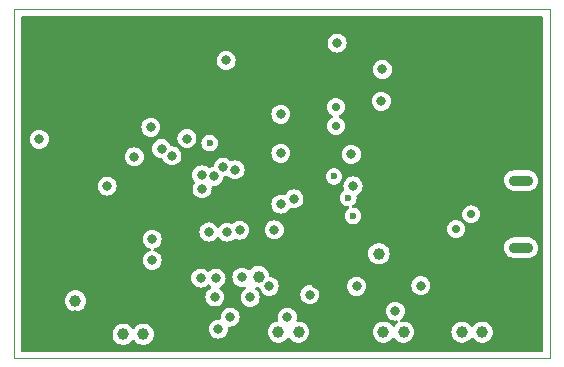
<source format=gbr>
%TF.GenerationSoftware,KiCad,Pcbnew,7.0.6*%
%TF.CreationDate,2024-03-10T16:24:53+08:00*%
%TF.ProjectId,Digital Clock,44696769-7461-46c2-9043-6c6f636b2e6b,_____*%
%TF.SameCoordinates,Original*%
%TF.FileFunction,Copper,L2,Inr*%
%TF.FilePolarity,Positive*%
%FSLAX46Y46*%
G04 Gerber Fmt 4.6, Leading zero omitted, Abs format (unit mm)*
G04 Created by KiCad (PCBNEW 7.0.6) date 2024-03-10 16:24:53*
%MOMM*%
%LPD*%
G01*
G04 APERTURE LIST*
%TA.AperFunction,ComponentPad*%
%ADD10C,0.650000*%
%TD*%
%TA.AperFunction,ComponentPad*%
%ADD11O,2.090000X0.930000*%
%TD*%
%TA.AperFunction,ComponentPad*%
%ADD12C,1.000000*%
%TD*%
%TA.AperFunction,ViaPad*%
%ADD13C,0.800000*%
%TD*%
%TA.AperFunction,ViaPad*%
%ADD14C,2.000000*%
%TD*%
%TA.AperFunction,ViaPad*%
%ADD15C,1.200000*%
%TD*%
%TA.AperFunction,ViaPad*%
%ADD16C,1.000000*%
%TD*%
%TA.AperFunction,ViaPad*%
%ADD17C,0.700000*%
%TD*%
%TA.AperFunction,ViaPad*%
%ADD18C,0.600000*%
%TD*%
%TA.AperFunction,Profile*%
%ADD19C,0.100000*%
%TD*%
G04 APERTURE END LIST*
D10*
%TO.N,GND*%
%TO.C,J1*%
X84237500Y-38760000D03*
X84237500Y-34760000D03*
D11*
%TO.N,N/C*%
X86337500Y-39590000D03*
X86337500Y-33910000D03*
%TD*%
D12*
%TO.N,N/C*%
%TO.C,SW2*%
X52656000Y-46920000D03*
X54356000Y-46920000D03*
%TD*%
%TO.N,N/C*%
%TO.C,SW5*%
X74690000Y-46740000D03*
X76390000Y-46740000D03*
%TD*%
%TO.N,N/C*%
%TO.C,SW1*%
X81350000Y-46740000D03*
X83050000Y-46740000D03*
%TD*%
%TO.N,N/C*%
%TO.C,SW3*%
X65800000Y-46740000D03*
X67500000Y-46740000D03*
%TD*%
D13*
%TO.N,/P1.1*%
X45550000Y-30410000D03*
%TO.N,GND*%
X72110000Y-30460000D03*
X85400000Y-22650000D03*
X70200000Y-38100000D03*
D14*
X86900000Y-21199999D03*
D15*
X79000000Y-33100000D03*
D16*
X64058800Y-38227000D03*
X81900000Y-35400000D03*
D13*
X68808600Y-38023800D03*
X48600000Y-45300000D03*
D15*
X86350000Y-32000000D03*
D13*
X68961000Y-42697400D03*
D15*
X86337907Y-41700667D03*
D14*
X45100000Y-46700000D03*
D13*
X59450000Y-35890000D03*
X73130000Y-29320000D03*
D14*
X86900000Y-46700000D03*
X45100000Y-21200000D03*
D13*
X53810000Y-34000000D03*
X85400000Y-30850000D03*
X77250000Y-20850000D03*
D16*
%TO.N,VCC*%
X64109600Y-42037000D03*
X48610000Y-44100000D03*
D13*
X72110000Y-34360000D03*
X74500000Y-27200000D03*
X59330000Y-34600000D03*
X71970000Y-31690000D03*
X70760000Y-22260000D03*
X74600000Y-24500000D03*
D16*
X74300000Y-40100000D03*
D13*
X61370000Y-23740000D03*
%TO.N,/DIG1*%
X59290000Y-33420000D03*
%TO.N,/DIG4*%
X55900000Y-31200000D03*
%TO.N,/DIG2*%
X53600000Y-31900000D03*
%TO.N,/DIG3*%
X51290000Y-34370000D03*
%TO.N,/A*%
X58050000Y-30350000D03*
%TO.N,/B*%
X55000000Y-29400000D03*
%TO.N,/C*%
X65455800Y-38074600D03*
%TO.N,/D*%
X61710000Y-45460000D03*
%TO.N,/E*%
X72410000Y-42860000D03*
%TO.N,/F*%
X66000000Y-28300000D03*
X66000000Y-31600000D03*
X55110000Y-38860000D03*
X55110000Y-40660000D03*
X66000000Y-35900000D03*
%TO.N,/G*%
X60410000Y-43760000D03*
%TO.N,/DP*%
X65010000Y-42860000D03*
D17*
%TO.N,/UD+*%
X82110000Y-36760000D03*
X80840000Y-38010000D03*
%TO.N,/P3.7*%
X70660000Y-29280000D03*
X70660000Y-27680000D03*
D13*
%TO.N,/P3.2*%
X77851000Y-42799000D03*
D18*
X70510000Y-33560000D03*
D13*
X75692000Y-44958000D03*
%TO.N,/P1.4*%
X59210000Y-42160000D03*
X60310000Y-33560000D03*
X59910000Y-38260000D03*
%TO.N,/P1.5*%
X61470000Y-38270000D03*
X66548000Y-45466000D03*
X60510000Y-42160000D03*
X60706000Y-46482000D03*
X61110000Y-32760000D03*
%TO.N,/P5.4*%
X62500000Y-38100000D03*
X62130000Y-33000000D03*
X68453000Y-43561000D03*
X63400000Y-43800000D03*
X62700000Y-42100000D03*
D18*
%TO.N,/TX*%
X71710000Y-35360000D03*
X72100000Y-36900000D03*
%TO.N,/P1.3*%
X59980000Y-30730000D03*
D13*
X56780000Y-31810000D03*
%TO.N,/P5.5*%
X67110000Y-35460000D03*
%TD*%
%TA.AperFunction,Conductor*%
%TO.N,GND*%
G36*
X88176621Y-20020002D02*
G01*
X88223114Y-20073658D01*
X88234500Y-20126000D01*
X88234500Y-48274000D01*
X88214498Y-48342121D01*
X88160842Y-48388614D01*
X88108500Y-48400000D01*
X44126000Y-48400000D01*
X44057879Y-48379998D01*
X44011386Y-48326342D01*
X44000000Y-48274000D01*
X44000000Y-46920000D01*
X51750540Y-46920000D01*
X51770325Y-47108256D01*
X51828818Y-47288278D01*
X51828822Y-47288286D01*
X51923465Y-47452214D01*
X51923466Y-47452216D01*
X52050126Y-47592886D01*
X52203267Y-47704149D01*
X52203267Y-47704150D01*
X52250612Y-47725229D01*
X52376197Y-47781144D01*
X52561354Y-47820500D01*
X52750646Y-47820500D01*
X52935803Y-47781144D01*
X53108730Y-47704151D01*
X53108730Y-47704150D01*
X53108732Y-47704150D01*
X53108732Y-47704149D01*
X53261871Y-47592888D01*
X53388533Y-47452216D01*
X53396879Y-47437759D01*
X53448263Y-47388765D01*
X53517976Y-47375328D01*
X53583887Y-47401715D01*
X53615120Y-47437759D01*
X53623467Y-47452217D01*
X53750126Y-47592886D01*
X53903267Y-47704149D01*
X53903267Y-47704150D01*
X53950612Y-47725229D01*
X54076197Y-47781144D01*
X54261354Y-47820500D01*
X54450646Y-47820500D01*
X54635803Y-47781144D01*
X54808730Y-47704151D01*
X54808730Y-47704150D01*
X54808732Y-47704150D01*
X54808732Y-47704149D01*
X54961871Y-47592888D01*
X55088533Y-47452216D01*
X55183179Y-47288284D01*
X55188401Y-47272214D01*
X55241674Y-47108256D01*
X55249053Y-47038048D01*
X55261460Y-46920000D01*
X55241674Y-46731744D01*
X55241674Y-46731743D01*
X55183181Y-46551721D01*
X55183177Y-46551713D01*
X55142929Y-46482000D01*
X59900435Y-46482000D01*
X59920632Y-46661255D01*
X59920633Y-46661257D01*
X59980211Y-46831522D01*
X59980212Y-46831525D01*
X60076182Y-46984260D01*
X60076183Y-46984262D01*
X60203737Y-47111816D01*
X60203739Y-47111817D01*
X60356474Y-47207787D01*
X60356475Y-47207787D01*
X60356478Y-47207789D01*
X60526745Y-47267368D01*
X60706000Y-47287565D01*
X60885255Y-47267368D01*
X61055522Y-47207789D01*
X61208262Y-47111816D01*
X61335816Y-46984262D01*
X61431789Y-46831522D01*
X61463814Y-46739999D01*
X64894540Y-46739999D01*
X64914325Y-46928256D01*
X64972818Y-47108278D01*
X64972822Y-47108286D01*
X65067465Y-47272214D01*
X65067466Y-47272216D01*
X65194126Y-47412886D01*
X65347267Y-47524149D01*
X65347267Y-47524150D01*
X65394612Y-47545229D01*
X65520197Y-47601144D01*
X65705354Y-47640500D01*
X65894646Y-47640500D01*
X66079803Y-47601144D01*
X66252730Y-47524151D01*
X66252730Y-47524150D01*
X66252732Y-47524150D01*
X66252732Y-47524149D01*
X66405871Y-47412888D01*
X66532533Y-47272216D01*
X66540877Y-47257762D01*
X66592257Y-47208767D01*
X66661970Y-47195328D01*
X66727883Y-47221712D01*
X66759116Y-47257755D01*
X66767462Y-47272210D01*
X66767466Y-47272216D01*
X66894126Y-47412886D01*
X67047267Y-47524149D01*
X67047267Y-47524150D01*
X67094612Y-47545229D01*
X67220197Y-47601144D01*
X67405354Y-47640500D01*
X67594646Y-47640500D01*
X67779803Y-47601144D01*
X67952730Y-47524151D01*
X67952730Y-47524150D01*
X67952732Y-47524150D01*
X67952732Y-47524149D01*
X68105871Y-47412888D01*
X68232533Y-47272216D01*
X68327179Y-47108284D01*
X68385674Y-46928256D01*
X68405460Y-46740000D01*
X68405460Y-46739999D01*
X73784540Y-46739999D01*
X73804325Y-46928256D01*
X73862818Y-47108278D01*
X73862822Y-47108286D01*
X73957465Y-47272214D01*
X73957466Y-47272216D01*
X74084126Y-47412886D01*
X74237267Y-47524149D01*
X74237267Y-47524150D01*
X74284612Y-47545229D01*
X74410197Y-47601144D01*
X74595354Y-47640500D01*
X74784646Y-47640500D01*
X74969803Y-47601144D01*
X75142730Y-47524151D01*
X75142730Y-47524150D01*
X75142732Y-47524150D01*
X75142732Y-47524149D01*
X75295871Y-47412888D01*
X75422533Y-47272216D01*
X75427674Y-47263310D01*
X75430880Y-47257759D01*
X75482263Y-47208765D01*
X75551976Y-47195328D01*
X75617887Y-47221715D01*
X75649120Y-47257759D01*
X75657467Y-47272217D01*
X75784126Y-47412886D01*
X75937267Y-47524149D01*
X75937267Y-47524150D01*
X75984612Y-47545229D01*
X76110197Y-47601144D01*
X76295354Y-47640500D01*
X76484646Y-47640500D01*
X76669803Y-47601144D01*
X76842730Y-47524151D01*
X76842730Y-47524150D01*
X76842732Y-47524150D01*
X76842732Y-47524149D01*
X76995871Y-47412888D01*
X77122533Y-47272216D01*
X77217179Y-47108284D01*
X77275674Y-46928256D01*
X77295460Y-46740000D01*
X77295460Y-46739999D01*
X80444540Y-46739999D01*
X80464325Y-46928256D01*
X80522818Y-47108278D01*
X80522822Y-47108286D01*
X80617465Y-47272214D01*
X80617466Y-47272216D01*
X80744126Y-47412886D01*
X80897267Y-47524149D01*
X80897267Y-47524150D01*
X80944612Y-47545229D01*
X81070197Y-47601144D01*
X81255354Y-47640500D01*
X81444646Y-47640500D01*
X81629803Y-47601144D01*
X81802730Y-47524151D01*
X81802730Y-47524150D01*
X81802732Y-47524150D01*
X81802732Y-47524149D01*
X81955871Y-47412888D01*
X82082533Y-47272216D01*
X82087674Y-47263310D01*
X82090880Y-47257759D01*
X82142263Y-47208765D01*
X82211976Y-47195328D01*
X82277887Y-47221715D01*
X82309120Y-47257759D01*
X82317467Y-47272217D01*
X82444126Y-47412886D01*
X82597267Y-47524149D01*
X82597267Y-47524150D01*
X82644612Y-47545229D01*
X82770197Y-47601144D01*
X82955354Y-47640500D01*
X83144646Y-47640500D01*
X83329803Y-47601144D01*
X83502730Y-47524151D01*
X83502730Y-47524150D01*
X83502732Y-47524150D01*
X83502732Y-47524149D01*
X83655871Y-47412888D01*
X83782533Y-47272216D01*
X83877179Y-47108284D01*
X83935674Y-46928256D01*
X83955460Y-46740000D01*
X83935674Y-46551744D01*
X83913013Y-46482000D01*
X83877181Y-46371721D01*
X83877177Y-46371713D01*
X83782534Y-46207785D01*
X83782533Y-46207783D01*
X83655873Y-46067113D01*
X83502732Y-45955850D01*
X83502732Y-45955849D01*
X83377145Y-45899934D01*
X83329803Y-45878856D01*
X83329801Y-45878855D01*
X83329800Y-45878855D01*
X83144646Y-45839500D01*
X82955354Y-45839500D01*
X82770199Y-45878855D01*
X82597267Y-45955849D01*
X82597267Y-45955850D01*
X82444126Y-46067113D01*
X82317466Y-46207783D01*
X82317465Y-46207785D01*
X82309118Y-46222243D01*
X82257735Y-46271235D01*
X82188021Y-46284670D01*
X82122111Y-46258283D01*
X82090882Y-46222243D01*
X82082534Y-46207785D01*
X82082533Y-46207783D01*
X81955873Y-46067113D01*
X81802732Y-45955850D01*
X81802732Y-45955849D01*
X81677145Y-45899934D01*
X81629803Y-45878856D01*
X81629801Y-45878855D01*
X81629800Y-45878855D01*
X81444646Y-45839500D01*
X81255354Y-45839500D01*
X81070199Y-45878855D01*
X80897267Y-45955849D01*
X80897267Y-45955850D01*
X80744126Y-46067113D01*
X80617466Y-46207783D01*
X80617465Y-46207785D01*
X80522822Y-46371713D01*
X80522818Y-46371721D01*
X80464325Y-46551743D01*
X80444540Y-46739999D01*
X77295460Y-46739999D01*
X77275674Y-46551744D01*
X77253013Y-46482000D01*
X77217181Y-46371721D01*
X77217177Y-46371713D01*
X77122534Y-46207785D01*
X77122533Y-46207783D01*
X76995873Y-46067113D01*
X76842732Y-45955850D01*
X76842732Y-45955849D01*
X76717145Y-45899934D01*
X76669803Y-45878856D01*
X76669801Y-45878855D01*
X76669800Y-45878855D01*
X76484646Y-45839500D01*
X76295354Y-45839500D01*
X76295351Y-45839500D01*
X76231167Y-45853142D01*
X76160377Y-45847739D01*
X76103745Y-45804922D01*
X76079252Y-45738284D01*
X76094674Y-45668983D01*
X76137936Y-45623207D01*
X76194262Y-45587816D01*
X76321816Y-45460262D01*
X76417789Y-45307522D01*
X76477368Y-45137255D01*
X76497565Y-44958000D01*
X76477368Y-44778745D01*
X76417789Y-44608478D01*
X76417787Y-44608475D01*
X76417787Y-44608474D01*
X76321817Y-44455739D01*
X76321816Y-44455737D01*
X76194262Y-44328183D01*
X76194260Y-44328182D01*
X76041525Y-44232212D01*
X76041522Y-44232211D01*
X75871255Y-44172632D01*
X75692000Y-44152435D01*
X75512745Y-44172632D01*
X75512742Y-44172632D01*
X75512742Y-44172633D01*
X75342477Y-44232211D01*
X75342474Y-44232212D01*
X75189739Y-44328182D01*
X75189737Y-44328183D01*
X75062183Y-44455737D01*
X75062182Y-44455739D01*
X74966212Y-44608474D01*
X74966211Y-44608477D01*
X74943062Y-44674633D01*
X74906632Y-44778745D01*
X74894756Y-44884149D01*
X74886465Y-44957738D01*
X74886435Y-44958000D01*
X74906632Y-45137255D01*
X74906633Y-45137257D01*
X74966211Y-45307522D01*
X74966212Y-45307525D01*
X75062182Y-45460260D01*
X75062183Y-45460262D01*
X75189737Y-45587816D01*
X75189739Y-45587817D01*
X75342474Y-45683787D01*
X75342475Y-45683787D01*
X75342478Y-45683789D01*
X75512745Y-45743368D01*
X75692000Y-45763565D01*
X75821153Y-45749013D01*
X75891079Y-45761261D01*
X75943288Y-45809373D01*
X75961197Y-45878074D01*
X75939121Y-45945551D01*
X75909318Y-45976156D01*
X75784124Y-46067115D01*
X75657466Y-46207783D01*
X75657465Y-46207785D01*
X75649118Y-46222243D01*
X75597735Y-46271235D01*
X75528021Y-46284670D01*
X75462111Y-46258283D01*
X75430882Y-46222243D01*
X75422534Y-46207785D01*
X75422533Y-46207783D01*
X75295873Y-46067113D01*
X75142732Y-45955850D01*
X75142732Y-45955849D01*
X75017145Y-45899934D01*
X74969803Y-45878856D01*
X74969801Y-45878855D01*
X74969800Y-45878855D01*
X74784646Y-45839500D01*
X74595354Y-45839500D01*
X74410199Y-45878855D01*
X74237267Y-45955849D01*
X74237267Y-45955850D01*
X74084126Y-46067113D01*
X73957466Y-46207783D01*
X73957465Y-46207785D01*
X73862822Y-46371713D01*
X73862818Y-46371721D01*
X73804325Y-46551743D01*
X73784540Y-46739999D01*
X68405460Y-46739999D01*
X68385674Y-46551744D01*
X68363013Y-46482000D01*
X68327181Y-46371721D01*
X68327177Y-46371713D01*
X68232534Y-46207785D01*
X68232533Y-46207783D01*
X68105873Y-46067113D01*
X67952732Y-45955850D01*
X67952732Y-45955849D01*
X67827145Y-45899934D01*
X67779803Y-45878856D01*
X67779801Y-45878855D01*
X67779800Y-45878855D01*
X67594646Y-45839500D01*
X67442979Y-45839500D01*
X67374858Y-45819498D01*
X67328365Y-45765842D01*
X67318261Y-45695568D01*
X67324049Y-45671886D01*
X67325065Y-45668983D01*
X67333368Y-45645255D01*
X67353565Y-45466000D01*
X67333368Y-45286745D01*
X67273789Y-45116478D01*
X67273787Y-45116475D01*
X67273787Y-45116474D01*
X67177817Y-44963739D01*
X67177816Y-44963737D01*
X67050262Y-44836183D01*
X67050260Y-44836182D01*
X66897525Y-44740212D01*
X66897522Y-44740211D01*
X66880375Y-44734211D01*
X66727255Y-44680632D01*
X66548000Y-44660435D01*
X66368745Y-44680632D01*
X66368742Y-44680632D01*
X66368742Y-44680633D01*
X66198477Y-44740211D01*
X66198474Y-44740212D01*
X66045739Y-44836182D01*
X66045737Y-44836183D01*
X65918183Y-44963737D01*
X65918182Y-44963739D01*
X65822212Y-45116474D01*
X65822211Y-45116477D01*
X65764731Y-45280745D01*
X65762632Y-45286745D01*
X65742435Y-45466000D01*
X65762632Y-45645255D01*
X65762632Y-45645257D01*
X65762633Y-45645258D01*
X65774656Y-45679618D01*
X65778275Y-45750523D01*
X65742986Y-45812128D01*
X65681924Y-45844480D01*
X65520199Y-45878855D01*
X65347267Y-45955849D01*
X65347267Y-45955850D01*
X65194126Y-46067113D01*
X65067466Y-46207783D01*
X65067465Y-46207785D01*
X64972822Y-46371713D01*
X64972818Y-46371721D01*
X64914325Y-46551743D01*
X64894540Y-46739999D01*
X61463814Y-46739999D01*
X61491368Y-46661255D01*
X61511565Y-46482000D01*
X61502003Y-46397138D01*
X61514252Y-46327210D01*
X61562365Y-46275002D01*
X61631065Y-46257093D01*
X61641304Y-46257824D01*
X61710000Y-46265565D01*
X61889255Y-46245368D01*
X62059522Y-46185789D01*
X62212262Y-46089816D01*
X62339816Y-45962262D01*
X62435789Y-45809522D01*
X62495368Y-45639255D01*
X62515565Y-45460000D01*
X62495368Y-45280745D01*
X62435789Y-45110478D01*
X62435787Y-45110475D01*
X62435787Y-45110474D01*
X62339817Y-44957739D01*
X62339816Y-44957737D01*
X62212262Y-44830183D01*
X62212260Y-44830182D01*
X62059525Y-44734212D01*
X62059522Y-44734211D01*
X62059521Y-44734210D01*
X61889255Y-44674632D01*
X61710000Y-44654435D01*
X61530745Y-44674632D01*
X61530742Y-44674632D01*
X61530742Y-44674633D01*
X61360477Y-44734211D01*
X61360474Y-44734212D01*
X61207739Y-44830182D01*
X61207737Y-44830183D01*
X61080183Y-44957737D01*
X61080182Y-44957739D01*
X60984212Y-45110474D01*
X60984211Y-45110477D01*
X60924633Y-45280742D01*
X60924632Y-45280745D01*
X60921615Y-45307525D01*
X60904435Y-45460000D01*
X60913996Y-45544858D01*
X60901746Y-45614790D01*
X60853633Y-45666998D01*
X60784932Y-45684906D01*
X60774682Y-45684173D01*
X60706001Y-45676435D01*
X60706000Y-45676435D01*
X60526745Y-45696632D01*
X60526742Y-45696632D01*
X60526742Y-45696633D01*
X60356477Y-45756211D01*
X60356474Y-45756212D01*
X60203739Y-45852182D01*
X60203737Y-45852183D01*
X60076183Y-45979737D01*
X60076182Y-45979739D01*
X59980212Y-46132474D01*
X59980211Y-46132477D01*
X59936606Y-46257093D01*
X59920632Y-46302745D01*
X59900435Y-46482000D01*
X55142929Y-46482000D01*
X55088534Y-46387785D01*
X55088533Y-46387783D01*
X54961873Y-46247113D01*
X54808732Y-46135850D01*
X54808732Y-46135849D01*
X54683145Y-46079934D01*
X54635803Y-46058856D01*
X54635801Y-46058855D01*
X54635800Y-46058855D01*
X54450646Y-46019500D01*
X54261354Y-46019500D01*
X54076199Y-46058855D01*
X53903267Y-46135849D01*
X53903267Y-46135850D01*
X53750126Y-46247113D01*
X53623466Y-46387783D01*
X53623465Y-46387785D01*
X53615115Y-46402247D01*
X53563730Y-46451237D01*
X53494015Y-46464670D01*
X53428106Y-46438280D01*
X53396878Y-46402238D01*
X53393936Y-46397142D01*
X53388533Y-46387784D01*
X53333992Y-46327210D01*
X53261873Y-46247113D01*
X53108732Y-46135850D01*
X53108732Y-46135849D01*
X52983145Y-46079934D01*
X52935803Y-46058856D01*
X52935801Y-46058855D01*
X52935800Y-46058855D01*
X52750646Y-46019500D01*
X52561354Y-46019500D01*
X52376199Y-46058855D01*
X52203267Y-46135849D01*
X52203267Y-46135850D01*
X52050126Y-46247113D01*
X51923466Y-46387783D01*
X51923465Y-46387785D01*
X51828822Y-46551713D01*
X51828818Y-46551721D01*
X51770325Y-46731743D01*
X51750540Y-46920000D01*
X44000000Y-46920000D01*
X44000000Y-44100000D01*
X47704540Y-44100000D01*
X47724325Y-44288256D01*
X47782818Y-44468278D01*
X47782822Y-44468286D01*
X47877465Y-44632214D01*
X47877466Y-44632216D01*
X48004126Y-44772886D01*
X48157267Y-44884149D01*
X48157267Y-44884150D01*
X48204612Y-44905229D01*
X48330197Y-44961144D01*
X48515354Y-45000500D01*
X48704646Y-45000500D01*
X48889803Y-44961144D01*
X49062730Y-44884151D01*
X49062730Y-44884150D01*
X49062732Y-44884150D01*
X49062732Y-44884149D01*
X49215871Y-44772888D01*
X49304341Y-44674633D01*
X49342533Y-44632216D01*
X49342534Y-44632214D01*
X49356238Y-44608478D01*
X49437179Y-44468284D01*
X49441256Y-44455738D01*
X49495674Y-44288256D01*
X49501564Y-44232211D01*
X49515460Y-44100000D01*
X49495674Y-43911744D01*
X49446369Y-43759999D01*
X49437181Y-43731721D01*
X49437177Y-43731713D01*
X49342534Y-43567785D01*
X49342533Y-43567783D01*
X49215873Y-43427113D01*
X49062732Y-43315850D01*
X49062732Y-43315849D01*
X48932210Y-43257737D01*
X48889803Y-43238856D01*
X48889801Y-43238855D01*
X48889800Y-43238855D01*
X48704646Y-43199500D01*
X48515354Y-43199500D01*
X48330199Y-43238855D01*
X48157267Y-43315849D01*
X48157267Y-43315850D01*
X48004126Y-43427113D01*
X47877466Y-43567783D01*
X47877465Y-43567785D01*
X47782822Y-43731713D01*
X47782818Y-43731721D01*
X47724325Y-43911743D01*
X47704540Y-44100000D01*
X44000000Y-44100000D01*
X44000000Y-42160000D01*
X58404435Y-42160000D01*
X58424632Y-42339255D01*
X58431100Y-42357739D01*
X58484211Y-42509522D01*
X58484212Y-42509525D01*
X58580182Y-42662260D01*
X58580183Y-42662262D01*
X58707737Y-42789816D01*
X58707739Y-42789817D01*
X58860474Y-42885787D01*
X58860475Y-42885787D01*
X58860478Y-42885789D01*
X59030745Y-42945368D01*
X59210000Y-42965565D01*
X59389255Y-42945368D01*
X59559522Y-42885789D01*
X59712262Y-42789816D01*
X59726446Y-42775632D01*
X59770905Y-42731174D01*
X59833217Y-42697148D01*
X59904032Y-42702213D01*
X59949095Y-42731174D01*
X60007737Y-42789816D01*
X60007739Y-42789817D01*
X60058791Y-42821896D01*
X60105829Y-42875075D01*
X60116649Y-42945242D01*
X60087816Y-43010120D01*
X60058791Y-43035270D01*
X59907739Y-43130182D01*
X59907737Y-43130183D01*
X59780183Y-43257737D01*
X59780182Y-43257739D01*
X59684212Y-43410474D01*
X59684211Y-43410477D01*
X59644212Y-43524788D01*
X59624632Y-43580745D01*
X59604435Y-43760000D01*
X59624632Y-43939255D01*
X59668023Y-44063260D01*
X59684211Y-44109522D01*
X59684212Y-44109525D01*
X59780182Y-44262260D01*
X59780183Y-44262262D01*
X59907737Y-44389816D01*
X59907739Y-44389817D01*
X60060474Y-44485787D01*
X60060475Y-44485787D01*
X60060478Y-44485789D01*
X60230745Y-44545368D01*
X60410000Y-44565565D01*
X60589255Y-44545368D01*
X60759522Y-44485789D01*
X60912262Y-44389816D01*
X61039816Y-44262262D01*
X61135789Y-44109522D01*
X61195368Y-43939255D01*
X61215565Y-43760000D01*
X61195368Y-43580745D01*
X61135789Y-43410478D01*
X61135787Y-43410475D01*
X61135787Y-43410474D01*
X61039817Y-43257739D01*
X61039816Y-43257737D01*
X60912263Y-43130184D01*
X60861207Y-43098103D01*
X60814170Y-43044924D01*
X60803350Y-42974756D01*
X60832184Y-42909878D01*
X60861204Y-42884731D01*
X61012262Y-42789816D01*
X61139816Y-42662262D01*
X61235789Y-42509522D01*
X61295368Y-42339255D01*
X61315565Y-42160000D01*
X61308805Y-42100000D01*
X61894435Y-42100000D01*
X61914632Y-42279255D01*
X61942095Y-42357739D01*
X61974211Y-42449522D01*
X61974212Y-42449525D01*
X62070182Y-42602260D01*
X62070183Y-42602262D01*
X62197737Y-42729816D01*
X62197739Y-42729817D01*
X62350474Y-42825787D01*
X62350475Y-42825787D01*
X62350478Y-42825789D01*
X62520745Y-42885368D01*
X62700000Y-42905565D01*
X62879255Y-42885368D01*
X62888388Y-42882171D01*
X62959291Y-42878552D01*
X63020897Y-42913841D01*
X63053644Y-42976834D01*
X63047136Y-43047532D01*
X63003440Y-43103488D01*
X62997039Y-43107788D01*
X62897739Y-43170182D01*
X62897737Y-43170183D01*
X62770183Y-43297737D01*
X62770182Y-43297739D01*
X62674212Y-43450474D01*
X62674211Y-43450477D01*
X62627361Y-43584368D01*
X62614632Y-43620745D01*
X62594435Y-43800000D01*
X62614632Y-43979255D01*
X62674210Y-44149521D01*
X62674211Y-44149522D01*
X62674212Y-44149525D01*
X62770182Y-44302260D01*
X62770183Y-44302262D01*
X62897737Y-44429816D01*
X62897739Y-44429817D01*
X63050474Y-44525787D01*
X63050475Y-44525787D01*
X63050478Y-44525789D01*
X63220745Y-44585368D01*
X63400000Y-44605565D01*
X63579255Y-44585368D01*
X63749522Y-44525789D01*
X63902262Y-44429816D01*
X64029816Y-44302262D01*
X64125789Y-44149522D01*
X64185368Y-43979255D01*
X64205565Y-43800000D01*
X64185368Y-43620745D01*
X64125789Y-43450478D01*
X64125787Y-43450475D01*
X64125787Y-43450474D01*
X64029817Y-43297739D01*
X64029816Y-43297737D01*
X63902263Y-43170184D01*
X63885703Y-43159779D01*
X63838665Y-43106601D01*
X63827844Y-43036434D01*
X63856676Y-42971555D01*
X63916007Y-42932564D01*
X63978935Y-42929844D01*
X64014954Y-42937500D01*
X64100926Y-42937500D01*
X64169047Y-42957502D01*
X64215540Y-43011158D01*
X64223767Y-43035464D01*
X64224632Y-43039256D01*
X64284211Y-43209522D01*
X64284212Y-43209525D01*
X64380182Y-43362260D01*
X64380183Y-43362262D01*
X64507737Y-43489816D01*
X64507739Y-43489817D01*
X64660474Y-43585787D01*
X64660475Y-43585787D01*
X64660478Y-43585789D01*
X64830745Y-43645368D01*
X65010000Y-43665565D01*
X65189255Y-43645368D01*
X65359522Y-43585789D01*
X65398973Y-43561000D01*
X67647435Y-43561000D01*
X67667632Y-43740255D01*
X67667633Y-43740257D01*
X67727211Y-43910522D01*
X67727212Y-43910525D01*
X67823182Y-44063260D01*
X67823183Y-44063262D01*
X67950737Y-44190816D01*
X67950739Y-44190817D01*
X68103474Y-44286787D01*
X68103475Y-44286787D01*
X68103478Y-44286789D01*
X68273745Y-44346368D01*
X68453000Y-44366565D01*
X68632255Y-44346368D01*
X68802522Y-44286789D01*
X68955262Y-44190816D01*
X69082816Y-44063262D01*
X69178789Y-43910522D01*
X69238368Y-43740255D01*
X69258565Y-43561000D01*
X69238368Y-43381745D01*
X69178789Y-43211478D01*
X69178787Y-43211475D01*
X69178787Y-43211474D01*
X69082817Y-43058739D01*
X69082816Y-43058737D01*
X68955262Y-42931183D01*
X68955260Y-42931182D01*
X68841975Y-42860000D01*
X71604435Y-42860000D01*
X71624632Y-43039255D01*
X71662866Y-43148522D01*
X71684211Y-43209522D01*
X71684212Y-43209525D01*
X71780182Y-43362260D01*
X71780183Y-43362262D01*
X71907737Y-43489816D01*
X71907739Y-43489817D01*
X72060474Y-43585787D01*
X72060475Y-43585787D01*
X72060478Y-43585789D01*
X72230745Y-43645368D01*
X72410000Y-43665565D01*
X72589255Y-43645368D01*
X72759522Y-43585789D01*
X72912262Y-43489816D01*
X73039816Y-43362262D01*
X73135789Y-43209522D01*
X73195368Y-43039255D01*
X73215565Y-42860000D01*
X73208692Y-42799000D01*
X77045435Y-42799000D01*
X77065632Y-42978255D01*
X77107569Y-43098103D01*
X77125211Y-43148522D01*
X77125212Y-43148525D01*
X77221182Y-43301260D01*
X77221183Y-43301262D01*
X77348737Y-43428816D01*
X77348739Y-43428817D01*
X77501474Y-43524787D01*
X77501475Y-43524787D01*
X77501478Y-43524789D01*
X77671745Y-43584368D01*
X77851000Y-43604565D01*
X78030255Y-43584368D01*
X78200522Y-43524789D01*
X78353262Y-43428816D01*
X78480816Y-43301262D01*
X78576789Y-43148522D01*
X78636368Y-42978255D01*
X78656565Y-42799000D01*
X78636368Y-42619745D01*
X78576789Y-42449478D01*
X78576787Y-42449475D01*
X78576787Y-42449474D01*
X78480817Y-42296739D01*
X78480816Y-42296737D01*
X78353262Y-42169183D01*
X78353260Y-42169182D01*
X78200525Y-42073212D01*
X78200522Y-42073211D01*
X78146863Y-42054435D01*
X78030255Y-42013632D01*
X77851000Y-41993435D01*
X77671745Y-42013632D01*
X77671742Y-42013632D01*
X77671742Y-42013633D01*
X77501477Y-42073211D01*
X77501474Y-42073212D01*
X77348739Y-42169182D01*
X77348737Y-42169183D01*
X77221183Y-42296737D01*
X77221182Y-42296739D01*
X77125212Y-42449474D01*
X77125211Y-42449477D01*
X77065633Y-42619742D01*
X77065632Y-42619745D01*
X77045435Y-42799000D01*
X73208692Y-42799000D01*
X73195368Y-42680745D01*
X73135789Y-42510478D01*
X73135787Y-42510475D01*
X73135787Y-42510474D01*
X73039817Y-42357739D01*
X73039816Y-42357737D01*
X72912262Y-42230183D01*
X72912260Y-42230182D01*
X72759525Y-42134212D01*
X72759522Y-42134211D01*
X72759522Y-42134210D01*
X72589255Y-42074632D01*
X72410000Y-42054435D01*
X72409999Y-42054435D01*
X72383926Y-42057372D01*
X72230745Y-42074632D01*
X72230742Y-42074632D01*
X72230742Y-42074633D01*
X72060477Y-42134211D01*
X72060474Y-42134212D01*
X71907739Y-42230182D01*
X71907737Y-42230183D01*
X71780183Y-42357737D01*
X71780182Y-42357739D01*
X71684212Y-42510474D01*
X71684211Y-42510477D01*
X71652095Y-42602260D01*
X71624632Y-42680745D01*
X71604435Y-42860000D01*
X68841975Y-42860000D01*
X68802525Y-42835212D01*
X68802522Y-42835211D01*
X68775595Y-42825789D01*
X68632255Y-42775632D01*
X68453000Y-42755435D01*
X68452999Y-42755435D01*
X68426926Y-42758372D01*
X68273745Y-42775632D01*
X68273742Y-42775632D01*
X68273742Y-42775633D01*
X68103477Y-42835211D01*
X68103474Y-42835212D01*
X67950739Y-42931182D01*
X67950737Y-42931183D01*
X67823183Y-43058737D01*
X67823182Y-43058739D01*
X67727212Y-43211474D01*
X67727211Y-43211477D01*
X67674450Y-43362260D01*
X67667632Y-43381745D01*
X67647435Y-43561000D01*
X65398973Y-43561000D01*
X65512262Y-43489816D01*
X65639816Y-43362262D01*
X65735789Y-43209522D01*
X65795368Y-43039255D01*
X65815565Y-42860000D01*
X65795368Y-42680745D01*
X65735789Y-42510478D01*
X65735787Y-42510475D01*
X65735787Y-42510474D01*
X65639817Y-42357739D01*
X65639816Y-42357737D01*
X65512262Y-42230183D01*
X65512260Y-42230182D01*
X65359525Y-42134212D01*
X65359522Y-42134211D01*
X65359522Y-42134210D01*
X65189255Y-42074632D01*
X65117591Y-42066557D01*
X65052140Y-42039054D01*
X65011947Y-41980530D01*
X65006391Y-41954520D01*
X64995274Y-41848743D01*
X64936781Y-41668721D01*
X64936777Y-41668713D01*
X64842134Y-41504785D01*
X64842133Y-41504783D01*
X64715473Y-41364113D01*
X64562332Y-41252850D01*
X64562332Y-41252849D01*
X64436745Y-41196934D01*
X64389403Y-41175856D01*
X64389401Y-41175855D01*
X64389400Y-41175855D01*
X64204246Y-41136500D01*
X64014954Y-41136500D01*
X63829799Y-41175855D01*
X63656867Y-41252849D01*
X63656867Y-41252850D01*
X63503728Y-41364112D01*
X63399482Y-41479888D01*
X63339035Y-41517127D01*
X63268052Y-41515775D01*
X63216751Y-41484672D01*
X63202262Y-41470183D01*
X63202260Y-41470182D01*
X63049525Y-41374212D01*
X63049522Y-41374211D01*
X63049522Y-41374210D01*
X62879255Y-41314632D01*
X62700000Y-41294435D01*
X62520745Y-41314632D01*
X62520742Y-41314632D01*
X62520742Y-41314633D01*
X62350477Y-41374211D01*
X62350474Y-41374212D01*
X62197739Y-41470182D01*
X62197737Y-41470183D01*
X62070183Y-41597737D01*
X62070182Y-41597739D01*
X61974212Y-41750474D01*
X61974211Y-41750477D01*
X61939826Y-41848744D01*
X61914632Y-41920745D01*
X61894435Y-42100000D01*
X61308805Y-42100000D01*
X61295368Y-41980745D01*
X61235789Y-41810478D01*
X61235787Y-41810475D01*
X61235787Y-41810474D01*
X61139817Y-41657739D01*
X61139816Y-41657737D01*
X61012262Y-41530183D01*
X61012260Y-41530182D01*
X60859525Y-41434212D01*
X60859522Y-41434211D01*
X60859522Y-41434210D01*
X60689255Y-41374632D01*
X60510000Y-41354435D01*
X60509999Y-41354435D01*
X60483926Y-41357372D01*
X60330745Y-41374632D01*
X60330742Y-41374632D01*
X60330742Y-41374633D01*
X60160477Y-41434211D01*
X60160474Y-41434212D01*
X60007739Y-41530182D01*
X60007737Y-41530183D01*
X59949095Y-41588826D01*
X59886783Y-41622852D01*
X59815968Y-41617787D01*
X59770905Y-41588826D01*
X59712262Y-41530183D01*
X59712260Y-41530182D01*
X59559525Y-41434212D01*
X59559522Y-41434211D01*
X59559521Y-41434210D01*
X59389255Y-41374632D01*
X59210000Y-41354435D01*
X59030745Y-41374632D01*
X59030742Y-41374632D01*
X59030742Y-41374633D01*
X58860477Y-41434211D01*
X58860474Y-41434212D01*
X58707739Y-41530182D01*
X58707737Y-41530183D01*
X58580183Y-41657737D01*
X58580182Y-41657739D01*
X58484212Y-41810474D01*
X58484211Y-41810477D01*
X58424707Y-41980530D01*
X58424632Y-41980745D01*
X58404435Y-42160000D01*
X44000000Y-42160000D01*
X44000000Y-40660000D01*
X54304435Y-40660000D01*
X54324632Y-40839255D01*
X54340342Y-40884151D01*
X54384211Y-41009522D01*
X54384212Y-41009525D01*
X54480182Y-41162260D01*
X54480183Y-41162262D01*
X54607737Y-41289816D01*
X54607739Y-41289817D01*
X54760474Y-41385787D01*
X54760475Y-41385787D01*
X54760478Y-41385789D01*
X54930745Y-41445368D01*
X55110000Y-41465565D01*
X55289255Y-41445368D01*
X55459522Y-41385789D01*
X55612262Y-41289816D01*
X55739816Y-41162262D01*
X55835789Y-41009522D01*
X55895368Y-40839255D01*
X55915565Y-40660000D01*
X55895368Y-40480745D01*
X55835789Y-40310478D01*
X55835787Y-40310475D01*
X55835787Y-40310474D01*
X55739817Y-40157739D01*
X55739816Y-40157737D01*
X55682078Y-40099999D01*
X73394540Y-40099999D01*
X73414325Y-40288256D01*
X73472818Y-40468278D01*
X73472822Y-40468286D01*
X73567465Y-40632214D01*
X73567466Y-40632216D01*
X73694126Y-40772886D01*
X73847267Y-40884149D01*
X73847267Y-40884150D01*
X73894612Y-40905229D01*
X74020197Y-40961144D01*
X74205354Y-41000500D01*
X74394646Y-41000500D01*
X74579803Y-40961144D01*
X74752730Y-40884151D01*
X74752730Y-40884150D01*
X74752732Y-40884150D01*
X74752732Y-40884149D01*
X74905871Y-40772888D01*
X75032533Y-40632216D01*
X75127179Y-40468284D01*
X75185674Y-40288256D01*
X75205460Y-40100000D01*
X75185674Y-39911744D01*
X75156811Y-39822913D01*
X75127181Y-39731721D01*
X75127177Y-39731713D01*
X75032534Y-39567785D01*
X75032533Y-39567783D01*
X75010098Y-39542866D01*
X84888173Y-39542866D01*
X84894825Y-39665565D01*
X84898365Y-39730845D01*
X84898366Y-39730856D01*
X84948726Y-39912236D01*
X84948729Y-39912244D01*
X85036911Y-40078572D01*
X85158786Y-40222055D01*
X85308657Y-40335983D01*
X85479515Y-40415031D01*
X85663371Y-40455500D01*
X85663374Y-40455500D01*
X86964423Y-40455500D01*
X86964431Y-40455500D01*
X86975877Y-40454255D01*
X87104647Y-40440251D01*
X87104648Y-40440250D01*
X87104654Y-40440250D01*
X87283057Y-40380139D01*
X87444367Y-40283082D01*
X87581041Y-40153617D01*
X87686689Y-39997798D01*
X87756370Y-39822911D01*
X87786827Y-39637134D01*
X87776635Y-39449152D01*
X87752510Y-39362262D01*
X87726273Y-39267763D01*
X87726272Y-39267762D01*
X87726271Y-39267756D01*
X87638089Y-39101428D01*
X87516214Y-38957945D01*
X87447307Y-38905564D01*
X87366343Y-38844017D01*
X87366340Y-38844015D01*
X87195484Y-38764968D01*
X87011635Y-38724501D01*
X87011632Y-38724500D01*
X87011629Y-38724500D01*
X85710569Y-38724500D01*
X85710559Y-38724500D01*
X85570352Y-38739748D01*
X85570339Y-38739751D01*
X85391945Y-38799859D01*
X85391944Y-38799860D01*
X85230635Y-38896916D01*
X85230626Y-38896924D01*
X85093961Y-39026380D01*
X84988308Y-39182205D01*
X84918630Y-39357086D01*
X84918629Y-39357088D01*
X84896870Y-39489816D01*
X84888173Y-39542866D01*
X75010098Y-39542866D01*
X74905873Y-39427113D01*
X74752732Y-39315850D01*
X74752732Y-39315849D01*
X74627145Y-39259934D01*
X74579803Y-39238856D01*
X74579801Y-39238855D01*
X74579800Y-39238855D01*
X74394646Y-39199500D01*
X74205354Y-39199500D01*
X74020199Y-39238855D01*
X73847267Y-39315849D01*
X73847267Y-39315850D01*
X73694126Y-39427113D01*
X73567466Y-39567783D01*
X73567465Y-39567785D01*
X73472822Y-39731713D01*
X73472818Y-39731721D01*
X73414325Y-39911743D01*
X73394540Y-40099999D01*
X55682078Y-40099999D01*
X55612262Y-40030183D01*
X55612260Y-40030182D01*
X55459525Y-39934212D01*
X55459522Y-39934211D01*
X55459521Y-39934211D01*
X55301532Y-39878928D01*
X55243842Y-39837551D01*
X55217680Y-39771551D01*
X55231353Y-39701883D01*
X55280520Y-39650667D01*
X55301530Y-39641072D01*
X55459522Y-39585789D01*
X55612262Y-39489816D01*
X55739816Y-39362262D01*
X55835789Y-39209522D01*
X55895368Y-39039255D01*
X55915565Y-38860000D01*
X55895368Y-38680745D01*
X55835789Y-38510478D01*
X55835787Y-38510475D01*
X55835787Y-38510474D01*
X55739817Y-38357739D01*
X55739816Y-38357737D01*
X55642079Y-38260000D01*
X59104435Y-38260000D01*
X59124632Y-38439255D01*
X59139201Y-38480890D01*
X59184211Y-38609522D01*
X59184212Y-38609525D01*
X59280182Y-38762260D01*
X59280183Y-38762262D01*
X59407737Y-38889816D01*
X59407739Y-38889817D01*
X59560474Y-38985787D01*
X59560475Y-38985787D01*
X59560478Y-38985789D01*
X59730745Y-39045368D01*
X59910000Y-39065565D01*
X60089255Y-39045368D01*
X60259522Y-38985789D01*
X60412262Y-38889816D01*
X60539816Y-38762262D01*
X60580170Y-38698038D01*
X60633349Y-38651001D01*
X60703516Y-38640180D01*
X60768394Y-38669012D01*
X60793545Y-38698038D01*
X60840182Y-38772260D01*
X60840183Y-38772262D01*
X60967737Y-38899816D01*
X60967739Y-38899817D01*
X61120474Y-38995787D01*
X61120475Y-38995787D01*
X61120478Y-38995789D01*
X61290745Y-39055368D01*
X61470000Y-39075565D01*
X61649255Y-39055368D01*
X61819522Y-38995789D01*
X61972262Y-38899816D01*
X62017314Y-38854763D01*
X62079625Y-38820739D01*
X62148024Y-38824930D01*
X62150476Y-38825788D01*
X62150478Y-38825789D01*
X62320745Y-38885368D01*
X62500000Y-38905565D01*
X62679255Y-38885368D01*
X62849522Y-38825789D01*
X63002262Y-38729816D01*
X63129816Y-38602262D01*
X63225789Y-38449522D01*
X63285368Y-38279255D01*
X63305565Y-38100000D01*
X63302703Y-38074600D01*
X64650235Y-38074600D01*
X64670432Y-38253855D01*
X64679320Y-38279255D01*
X64730011Y-38424122D01*
X64730012Y-38424125D01*
X64825982Y-38576860D01*
X64825983Y-38576862D01*
X64953537Y-38704416D01*
X64953539Y-38704417D01*
X65106274Y-38800387D01*
X65106275Y-38800387D01*
X65106278Y-38800389D01*
X65276545Y-38859968D01*
X65455800Y-38880165D01*
X65635055Y-38859968D01*
X65805322Y-38800389D01*
X65958062Y-38704416D01*
X66085616Y-38576862D01*
X66181589Y-38424122D01*
X66241168Y-38253855D01*
X66261365Y-38074600D01*
X66254086Y-38010000D01*
X80084751Y-38010000D01*
X80103687Y-38178059D01*
X80103688Y-38178061D01*
X80159543Y-38337689D01*
X80159544Y-38337690D01*
X80249523Y-38480890D01*
X80249526Y-38480893D01*
X80249526Y-38480894D01*
X80369105Y-38600473D01*
X80369107Y-38600474D01*
X80369110Y-38600477D01*
X80512310Y-38690456D01*
X80671941Y-38746313D01*
X80840000Y-38765249D01*
X81008059Y-38746313D01*
X81167690Y-38690456D01*
X81310890Y-38600477D01*
X81430477Y-38480890D01*
X81520456Y-38337690D01*
X81576313Y-38178059D01*
X81595249Y-38010000D01*
X81576313Y-37841941D01*
X81520456Y-37682310D01*
X81430477Y-37539110D01*
X81430473Y-37539106D01*
X81430473Y-37539105D01*
X81310894Y-37419526D01*
X81310891Y-37419524D01*
X81310890Y-37419523D01*
X81198353Y-37348811D01*
X81167689Y-37329543D01*
X81052484Y-37289232D01*
X81008059Y-37273687D01*
X80840000Y-37254751D01*
X80671941Y-37273687D01*
X80671938Y-37273687D01*
X80671938Y-37273688D01*
X80512310Y-37329543D01*
X80415981Y-37390071D01*
X80369110Y-37419523D01*
X80369108Y-37419524D01*
X80369106Y-37419526D01*
X80369105Y-37419526D01*
X80249526Y-37539105D01*
X80249526Y-37539106D01*
X80249524Y-37539108D01*
X80249523Y-37539110D01*
X80236529Y-37559790D01*
X80159543Y-37682310D01*
X80107179Y-37831961D01*
X80103687Y-37841941D01*
X80084751Y-38010000D01*
X66254086Y-38010000D01*
X66241168Y-37895345D01*
X66181589Y-37725078D01*
X66181587Y-37725075D01*
X66181587Y-37725074D01*
X66085617Y-37572339D01*
X66085616Y-37572337D01*
X65958062Y-37444783D01*
X65958060Y-37444782D01*
X65805325Y-37348812D01*
X65805322Y-37348811D01*
X65750257Y-37329543D01*
X65635055Y-37289232D01*
X65455800Y-37269035D01*
X65276545Y-37289232D01*
X65276542Y-37289232D01*
X65276542Y-37289233D01*
X65106277Y-37348811D01*
X65106274Y-37348812D01*
X64953539Y-37444782D01*
X64953537Y-37444783D01*
X64825983Y-37572337D01*
X64825982Y-37572339D01*
X64730012Y-37725074D01*
X64730011Y-37725077D01*
X64692611Y-37831961D01*
X64670432Y-37895345D01*
X64650235Y-38074600D01*
X63302703Y-38074600D01*
X63285368Y-37920745D01*
X63225789Y-37750478D01*
X63225787Y-37750475D01*
X63225787Y-37750474D01*
X63129817Y-37597739D01*
X63129816Y-37597737D01*
X63002262Y-37470183D01*
X63002260Y-37470182D01*
X62849525Y-37374212D01*
X62849522Y-37374211D01*
X62781694Y-37350477D01*
X62679255Y-37314632D01*
X62500000Y-37294435D01*
X62499999Y-37294435D01*
X62473926Y-37297372D01*
X62320745Y-37314632D01*
X62320742Y-37314632D01*
X62320742Y-37314633D01*
X62150477Y-37374211D01*
X62150475Y-37374212D01*
X61997738Y-37470183D01*
X61952685Y-37515236D01*
X61890372Y-37549261D01*
X61821975Y-37545069D01*
X61649258Y-37484633D01*
X61649257Y-37484632D01*
X61649255Y-37484632D01*
X61470000Y-37464435D01*
X61290745Y-37484632D01*
X61290742Y-37484632D01*
X61290742Y-37484633D01*
X61120477Y-37544211D01*
X61120474Y-37544212D01*
X60967739Y-37640182D01*
X60967737Y-37640183D01*
X60840184Y-37767736D01*
X60799828Y-37831962D01*
X60746648Y-37878999D01*
X60676481Y-37889819D01*
X60611603Y-37860985D01*
X60586453Y-37831961D01*
X60539814Y-37757735D01*
X60412262Y-37630183D01*
X60412260Y-37630182D01*
X60259525Y-37534212D01*
X60259522Y-37534211D01*
X60259521Y-37534210D01*
X60089255Y-37474632D01*
X59910000Y-37454435D01*
X59730745Y-37474632D01*
X59730742Y-37474632D01*
X59730742Y-37474633D01*
X59560477Y-37534211D01*
X59560474Y-37534212D01*
X59407739Y-37630182D01*
X59407737Y-37630183D01*
X59280183Y-37757737D01*
X59280182Y-37757739D01*
X59184212Y-37910474D01*
X59184211Y-37910477D01*
X59184211Y-37910478D01*
X59124632Y-38080745D01*
X59104435Y-38260000D01*
X55642079Y-38260000D01*
X55612262Y-38230183D01*
X55612260Y-38230182D01*
X55459525Y-38134212D01*
X55459522Y-38134211D01*
X55459521Y-38134210D01*
X55289255Y-38074632D01*
X55110000Y-38054435D01*
X54930745Y-38074632D01*
X54930742Y-38074632D01*
X54930742Y-38074633D01*
X54760477Y-38134211D01*
X54760474Y-38134212D01*
X54607739Y-38230182D01*
X54607737Y-38230183D01*
X54480183Y-38357737D01*
X54480182Y-38357739D01*
X54384212Y-38510474D01*
X54384211Y-38510477D01*
X54324633Y-38680742D01*
X54324632Y-38680745D01*
X54304435Y-38860000D01*
X54324632Y-39039255D01*
X54346387Y-39101428D01*
X54384211Y-39209522D01*
X54384212Y-39209525D01*
X54480182Y-39362260D01*
X54480183Y-39362262D01*
X54607737Y-39489816D01*
X54607739Y-39489817D01*
X54760474Y-39585787D01*
X54760475Y-39585787D01*
X54760478Y-39585789D01*
X54907205Y-39637131D01*
X54918465Y-39641071D01*
X54976157Y-39682449D01*
X55002319Y-39748449D01*
X54988646Y-39818117D01*
X54939479Y-39869333D01*
X54918465Y-39878929D01*
X54760477Y-39934211D01*
X54760474Y-39934212D01*
X54607739Y-40030182D01*
X54607737Y-40030183D01*
X54480183Y-40157737D01*
X54480182Y-40157739D01*
X54384212Y-40310474D01*
X54384211Y-40310477D01*
X54338802Y-40440250D01*
X54324632Y-40480745D01*
X54304435Y-40660000D01*
X44000000Y-40660000D01*
X44000000Y-35900000D01*
X65194435Y-35900000D01*
X65214632Y-36079255D01*
X65246218Y-36169523D01*
X65274211Y-36249522D01*
X65274212Y-36249525D01*
X65370182Y-36402260D01*
X65370183Y-36402262D01*
X65497737Y-36529816D01*
X65497739Y-36529817D01*
X65650474Y-36625787D01*
X65650475Y-36625787D01*
X65650478Y-36625789D01*
X65820745Y-36685368D01*
X66000000Y-36705565D01*
X66179255Y-36685368D01*
X66349522Y-36625789D01*
X66502262Y-36529816D01*
X66629816Y-36402262D01*
X66711411Y-36272403D01*
X66764587Y-36225368D01*
X66834755Y-36214547D01*
X66859705Y-36220510D01*
X66930745Y-36245368D01*
X67110000Y-36265565D01*
X67289255Y-36245368D01*
X67459522Y-36185789D01*
X67612262Y-36089816D01*
X67739816Y-35962262D01*
X67835789Y-35809522D01*
X67895368Y-35639255D01*
X67915565Y-35460000D01*
X67904298Y-35360002D01*
X71004355Y-35360002D01*
X71024859Y-35528871D01*
X71085179Y-35687925D01*
X71085181Y-35687929D01*
X71181816Y-35827928D01*
X71181818Y-35827930D01*
X71263168Y-35900000D01*
X71309148Y-35940734D01*
X71459775Y-36019790D01*
X71459776Y-36019790D01*
X71459778Y-36019791D01*
X71604934Y-36055568D01*
X71624944Y-36060500D01*
X71624947Y-36060500D01*
X71680983Y-36060500D01*
X71749104Y-36080502D01*
X71795597Y-36134158D01*
X71805701Y-36204432D01*
X71776207Y-36269012D01*
X71739539Y-36298067D01*
X71699149Y-36319265D01*
X71699142Y-36319270D01*
X71571818Y-36432069D01*
X71571816Y-36432071D01*
X71475181Y-36572070D01*
X71475179Y-36572074D01*
X71414859Y-36731128D01*
X71394355Y-36899997D01*
X71394355Y-36900002D01*
X71414859Y-37068871D01*
X71475179Y-37227925D01*
X71475181Y-37227929D01*
X71571816Y-37367928D01*
X71571818Y-37367930D01*
X71658568Y-37444784D01*
X71699148Y-37480734D01*
X71849775Y-37559790D01*
X71849776Y-37559790D01*
X71849778Y-37559791D01*
X72003734Y-37597737D01*
X72014944Y-37600500D01*
X72014947Y-37600500D01*
X72185053Y-37600500D01*
X72185056Y-37600500D01*
X72350225Y-37559790D01*
X72500852Y-37480734D01*
X72628183Y-37367929D01*
X72724818Y-37227930D01*
X72785140Y-37068872D01*
X72805645Y-36900000D01*
X72788646Y-36760000D01*
X81354751Y-36760000D01*
X81373687Y-36928059D01*
X81373688Y-36928061D01*
X81429543Y-37087689D01*
X81429544Y-37087690D01*
X81519523Y-37230890D01*
X81519525Y-37230892D01*
X81519526Y-37230893D01*
X81519526Y-37230894D01*
X81639105Y-37350473D01*
X81639107Y-37350474D01*
X81639110Y-37350477D01*
X81782310Y-37440456D01*
X81941941Y-37496313D01*
X82110000Y-37515249D01*
X82278059Y-37496313D01*
X82437690Y-37440456D01*
X82580890Y-37350477D01*
X82700477Y-37230890D01*
X82790456Y-37087690D01*
X82846313Y-36928059D01*
X82865249Y-36760000D01*
X82846313Y-36591941D01*
X82790456Y-36432310D01*
X82700477Y-36289110D01*
X82700473Y-36289106D01*
X82700473Y-36289105D01*
X82580894Y-36169526D01*
X82580891Y-36169524D01*
X82580890Y-36169523D01*
X82499700Y-36118507D01*
X82437689Y-36079543D01*
X82328485Y-36041331D01*
X82278059Y-36023687D01*
X82110000Y-36004751D01*
X82109999Y-36004751D01*
X82085554Y-36007505D01*
X81941941Y-36023687D01*
X81941938Y-36023687D01*
X81941938Y-36023688D01*
X81782310Y-36079543D01*
X81695393Y-36134158D01*
X81639110Y-36169523D01*
X81639108Y-36169524D01*
X81639106Y-36169526D01*
X81639105Y-36169526D01*
X81519526Y-36289105D01*
X81519526Y-36289106D01*
X81429543Y-36432310D01*
X81395425Y-36529816D01*
X81373687Y-36591941D01*
X81354751Y-36760000D01*
X72788646Y-36760000D01*
X72785140Y-36731128D01*
X72745191Y-36625789D01*
X72724820Y-36572074D01*
X72724818Y-36572070D01*
X72628183Y-36432071D01*
X72628181Y-36432069D01*
X72500857Y-36319270D01*
X72500851Y-36319265D01*
X72350225Y-36240210D01*
X72350221Y-36240208D01*
X72185059Y-36199500D01*
X72185056Y-36199500D01*
X72129017Y-36199500D01*
X72060896Y-36179498D01*
X72014403Y-36125842D01*
X72004299Y-36055568D01*
X72033793Y-35990988D01*
X72070461Y-35961933D01*
X72110852Y-35940734D01*
X72238183Y-35827929D01*
X72334818Y-35687930D01*
X72395140Y-35528872D01*
X72410112Y-35405565D01*
X72415645Y-35360002D01*
X72415645Y-35359997D01*
X72397455Y-35210191D01*
X72409100Y-35140156D01*
X72455500Y-35088315D01*
X72459517Y-35085790D01*
X72459522Y-35085789D01*
X72612262Y-34989816D01*
X72739816Y-34862262D01*
X72835789Y-34709522D01*
X72895368Y-34539255D01*
X72915565Y-34360000D01*
X72895368Y-34180745D01*
X72835789Y-34010478D01*
X72835787Y-34010475D01*
X72835787Y-34010474D01*
X72743039Y-33862866D01*
X84888173Y-33862866D01*
X84897122Y-34027930D01*
X84898365Y-34050845D01*
X84898366Y-34050856D01*
X84948726Y-34232236D01*
X84948729Y-34232244D01*
X85036911Y-34398572D01*
X85158786Y-34542055D01*
X85308657Y-34655983D01*
X85479515Y-34735031D01*
X85663371Y-34775500D01*
X85663374Y-34775500D01*
X86964423Y-34775500D01*
X86964431Y-34775500D01*
X86975877Y-34774255D01*
X87104647Y-34760251D01*
X87104648Y-34760250D01*
X87104654Y-34760250D01*
X87283057Y-34700139D01*
X87444367Y-34603082D01*
X87581041Y-34473617D01*
X87686689Y-34317798D01*
X87699443Y-34285789D01*
X87756369Y-34142913D01*
X87756370Y-34142911D01*
X87756728Y-34140729D01*
X87786827Y-33957134D01*
X87776635Y-33769152D01*
X87768592Y-33740184D01*
X87726273Y-33587763D01*
X87726272Y-33587762D01*
X87726271Y-33587756D01*
X87638089Y-33421428D01*
X87516214Y-33277945D01*
X87366343Y-33164017D01*
X87366340Y-33164015D01*
X87195484Y-33084968D01*
X87011635Y-33044501D01*
X87011632Y-33044500D01*
X87011629Y-33044500D01*
X85710569Y-33044500D01*
X85710559Y-33044500D01*
X85570352Y-33059748D01*
X85570339Y-33059751D01*
X85391945Y-33119859D01*
X85391944Y-33119860D01*
X85230635Y-33216916D01*
X85230626Y-33216924D01*
X85093961Y-33346380D01*
X84988308Y-33502205D01*
X84918630Y-33677086D01*
X84918629Y-33677088D01*
X84900878Y-33785368D01*
X84888173Y-33862866D01*
X72743039Y-33862866D01*
X72739817Y-33857739D01*
X72739816Y-33857737D01*
X72612262Y-33730183D01*
X72612260Y-33730182D01*
X72459525Y-33634212D01*
X72459522Y-33634211D01*
X72317833Y-33584632D01*
X72289255Y-33574632D01*
X72110000Y-33554435D01*
X71930745Y-33574632D01*
X71930742Y-33574632D01*
X71930742Y-33574633D01*
X71760477Y-33634211D01*
X71760474Y-33634212D01*
X71607739Y-33730182D01*
X71607737Y-33730183D01*
X71480183Y-33857737D01*
X71480182Y-33857739D01*
X71384212Y-34010474D01*
X71384211Y-34010477D01*
X71338634Y-34140729D01*
X71324632Y-34180745D01*
X71304435Y-34360000D01*
X71324632Y-34539255D01*
X71357522Y-34633249D01*
X71361142Y-34704153D01*
X71325852Y-34765758D01*
X71310182Y-34778551D01*
X71309150Y-34779263D01*
X71181818Y-34892069D01*
X71181816Y-34892071D01*
X71085181Y-35032070D01*
X71085179Y-35032074D01*
X71024859Y-35191128D01*
X71004355Y-35359997D01*
X71004355Y-35360002D01*
X67904298Y-35360002D01*
X67895368Y-35280745D01*
X67835789Y-35110478D01*
X67835787Y-35110475D01*
X67835787Y-35110474D01*
X67739817Y-34957739D01*
X67739816Y-34957737D01*
X67612262Y-34830183D01*
X67612260Y-34830182D01*
X67459525Y-34734212D01*
X67459522Y-34734211D01*
X67373621Y-34704153D01*
X67289255Y-34674632D01*
X67110000Y-34654435D01*
X66930745Y-34674632D01*
X66930742Y-34674632D01*
X66930742Y-34674633D01*
X66760477Y-34734211D01*
X66760474Y-34734212D01*
X66607739Y-34830182D01*
X66607737Y-34830183D01*
X66480183Y-34957737D01*
X66480182Y-34957739D01*
X66398589Y-35087594D01*
X66345411Y-35134632D01*
X66275243Y-35145452D01*
X66250287Y-35139487D01*
X66179258Y-35114633D01*
X66179257Y-35114632D01*
X66179255Y-35114632D01*
X66000000Y-35094435D01*
X65820745Y-35114632D01*
X65820742Y-35114632D01*
X65820742Y-35114633D01*
X65650477Y-35174211D01*
X65650474Y-35174212D01*
X65497739Y-35270182D01*
X65497737Y-35270183D01*
X65370183Y-35397737D01*
X65370182Y-35397739D01*
X65274212Y-35550474D01*
X65274211Y-35550477D01*
X65243146Y-35639257D01*
X65214632Y-35720745D01*
X65194435Y-35900000D01*
X44000000Y-35900000D01*
X44000000Y-34370000D01*
X50484435Y-34370000D01*
X50504632Y-34549255D01*
X50541978Y-34655983D01*
X50564211Y-34719522D01*
X50564212Y-34719525D01*
X50660182Y-34872260D01*
X50660183Y-34872262D01*
X50787737Y-34999816D01*
X50787739Y-34999817D01*
X50940474Y-35095787D01*
X50940475Y-35095787D01*
X50940478Y-35095789D01*
X51110745Y-35155368D01*
X51290000Y-35175565D01*
X51469255Y-35155368D01*
X51639522Y-35095789D01*
X51792262Y-34999816D01*
X51919816Y-34872262D01*
X52015789Y-34719522D01*
X52075368Y-34549255D01*
X52095565Y-34370000D01*
X52075368Y-34190745D01*
X52015789Y-34020478D01*
X52015787Y-34020475D01*
X52015787Y-34020474D01*
X51919817Y-33867739D01*
X51919816Y-33867737D01*
X51792262Y-33740183D01*
X51792260Y-33740182D01*
X51639525Y-33644212D01*
X51639522Y-33644211D01*
X51610946Y-33634212D01*
X51469255Y-33584632D01*
X51290000Y-33564435D01*
X51110745Y-33584632D01*
X51110742Y-33584632D01*
X51110742Y-33584633D01*
X50940477Y-33644211D01*
X50940474Y-33644212D01*
X50787739Y-33740182D01*
X50787737Y-33740183D01*
X50660183Y-33867737D01*
X50660182Y-33867739D01*
X50564212Y-34020474D01*
X50564211Y-34020477D01*
X50521370Y-34142911D01*
X50504632Y-34190745D01*
X50484435Y-34370000D01*
X44000000Y-34370000D01*
X44000000Y-33420000D01*
X58484435Y-33420000D01*
X58504632Y-33599255D01*
X58553945Y-33740183D01*
X58564211Y-33769522D01*
X58564212Y-33769525D01*
X58660180Y-33922258D01*
X58660183Y-33922261D01*
X58660184Y-33922262D01*
X58681409Y-33943487D01*
X58715434Y-34005796D01*
X58710371Y-34076612D01*
X58699002Y-34099618D01*
X58604210Y-34250479D01*
X58563940Y-34365565D01*
X58544632Y-34420745D01*
X58524435Y-34600000D01*
X58544632Y-34779255D01*
X58577176Y-34872260D01*
X58604211Y-34949522D01*
X58604212Y-34949525D01*
X58700182Y-35102260D01*
X58700183Y-35102262D01*
X58827737Y-35229816D01*
X58827739Y-35229817D01*
X58980474Y-35325787D01*
X58980475Y-35325787D01*
X58980478Y-35325789D01*
X59150745Y-35385368D01*
X59330000Y-35405565D01*
X59509255Y-35385368D01*
X59679522Y-35325789D01*
X59832262Y-35229816D01*
X59959816Y-35102262D01*
X60055789Y-34949522D01*
X60115368Y-34779255D01*
X60135565Y-34600000D01*
X60124257Y-34499644D01*
X60136506Y-34429717D01*
X60184618Y-34377509D01*
X60253319Y-34359600D01*
X60263547Y-34360331D01*
X60310000Y-34365565D01*
X60489255Y-34345368D01*
X60659522Y-34285789D01*
X60812262Y-34189816D01*
X60939816Y-34062262D01*
X61035789Y-33909522D01*
X61095368Y-33739255D01*
X61103750Y-33664852D01*
X61131254Y-33599399D01*
X61189778Y-33559206D01*
X61214852Y-33553751D01*
X61228208Y-33552246D01*
X61289255Y-33545368D01*
X61402714Y-33505666D01*
X61473616Y-33502047D01*
X61533422Y-33535501D01*
X61627737Y-33629816D01*
X61627739Y-33629817D01*
X61780474Y-33725787D01*
X61780475Y-33725787D01*
X61780478Y-33725789D01*
X61950745Y-33785368D01*
X62130000Y-33805565D01*
X62309255Y-33785368D01*
X62479522Y-33725789D01*
X62632262Y-33629816D01*
X62702076Y-33560002D01*
X69804355Y-33560002D01*
X69824859Y-33728871D01*
X69885179Y-33887925D01*
X69885181Y-33887929D01*
X69969771Y-34010477D01*
X69981817Y-34027929D01*
X70109148Y-34140734D01*
X70259775Y-34219790D01*
X70259776Y-34219790D01*
X70259778Y-34219791D01*
X70416461Y-34258409D01*
X70424944Y-34260500D01*
X70424947Y-34260500D01*
X70595053Y-34260500D01*
X70595056Y-34260500D01*
X70760225Y-34219790D01*
X70910852Y-34140734D01*
X71038183Y-34027929D01*
X71134818Y-33887930D01*
X71195140Y-33728872D01*
X71213868Y-33574633D01*
X71215645Y-33560002D01*
X71215645Y-33559997D01*
X71195140Y-33391128D01*
X71134820Y-33232074D01*
X71134818Y-33232070D01*
X71038183Y-33092071D01*
X71038181Y-33092069D01*
X70910857Y-32979270D01*
X70910851Y-32979265D01*
X70760225Y-32900210D01*
X70760221Y-32900208D01*
X70595059Y-32859500D01*
X70595056Y-32859500D01*
X70424944Y-32859500D01*
X70424940Y-32859500D01*
X70259778Y-32900208D01*
X70259774Y-32900210D01*
X70109148Y-32979265D01*
X70109142Y-32979270D01*
X69981818Y-33092069D01*
X69981816Y-33092071D01*
X69885181Y-33232070D01*
X69885179Y-33232074D01*
X69824859Y-33391128D01*
X69804355Y-33559997D01*
X69804355Y-33560002D01*
X62702076Y-33560002D01*
X62759816Y-33502262D01*
X62855789Y-33349522D01*
X62915368Y-33179255D01*
X62935565Y-33000000D01*
X62915368Y-32820745D01*
X62855789Y-32650478D01*
X62855787Y-32650475D01*
X62855787Y-32650474D01*
X62759817Y-32497739D01*
X62759816Y-32497737D01*
X62632262Y-32370183D01*
X62632260Y-32370182D01*
X62479525Y-32274212D01*
X62479522Y-32274211D01*
X62479521Y-32274211D01*
X62309255Y-32214632D01*
X62130000Y-32194435D01*
X61950744Y-32214632D01*
X61837286Y-32254333D01*
X61766382Y-32257951D01*
X61706577Y-32224498D01*
X61612262Y-32130183D01*
X61612260Y-32130182D01*
X61459525Y-32034212D01*
X61459522Y-32034211D01*
X61377656Y-32005565D01*
X61289255Y-31974632D01*
X61110000Y-31954435D01*
X60930745Y-31974632D01*
X60930742Y-31974632D01*
X60930742Y-31974633D01*
X60760477Y-32034211D01*
X60760474Y-32034212D01*
X60607739Y-32130182D01*
X60607737Y-32130183D01*
X60480183Y-32257737D01*
X60480182Y-32257739D01*
X60384212Y-32410474D01*
X60384211Y-32410477D01*
X60324632Y-32580742D01*
X60324631Y-32580749D01*
X60316247Y-32655150D01*
X60288743Y-32720602D01*
X60230218Y-32760794D01*
X60205150Y-32766247D01*
X60130749Y-32774631D01*
X60130742Y-32774632D01*
X59960478Y-32834210D01*
X59957192Y-32835793D01*
X59954859Y-32836176D01*
X59953799Y-32836548D01*
X59953733Y-32836362D01*
X59887138Y-32847321D01*
X59821971Y-32819145D01*
X59813439Y-32811360D01*
X59792262Y-32790183D01*
X59792260Y-32790182D01*
X59639525Y-32694212D01*
X59639522Y-32694211D01*
X59514537Y-32650477D01*
X59469255Y-32634632D01*
X59290000Y-32614435D01*
X59110745Y-32634632D01*
X59110742Y-32634632D01*
X59110742Y-32634633D01*
X58940477Y-32694211D01*
X58940474Y-32694212D01*
X58787739Y-32790182D01*
X58787737Y-32790183D01*
X58660183Y-32917737D01*
X58660182Y-32917739D01*
X58564212Y-33070474D01*
X58564211Y-33070477D01*
X58507666Y-33232074D01*
X58504632Y-33240745D01*
X58484435Y-33420000D01*
X44000000Y-33420000D01*
X44000000Y-31900000D01*
X52794435Y-31900000D01*
X52814632Y-32079255D01*
X52862003Y-32214633D01*
X52874211Y-32249522D01*
X52874212Y-32249525D01*
X52970182Y-32402260D01*
X52970183Y-32402262D01*
X53097737Y-32529816D01*
X53097739Y-32529817D01*
X53250474Y-32625787D01*
X53250475Y-32625787D01*
X53250478Y-32625789D01*
X53420745Y-32685368D01*
X53600000Y-32705565D01*
X53779255Y-32685368D01*
X53949522Y-32625789D01*
X54102262Y-32529816D01*
X54229816Y-32402262D01*
X54325789Y-32249522D01*
X54385368Y-32079255D01*
X54405565Y-31900000D01*
X54385368Y-31720745D01*
X54325789Y-31550478D01*
X54325787Y-31550475D01*
X54325787Y-31550474D01*
X54229817Y-31397739D01*
X54229816Y-31397737D01*
X54102262Y-31270183D01*
X54102260Y-31270182D01*
X53990566Y-31200000D01*
X55094435Y-31200000D01*
X55114632Y-31379255D01*
X55143052Y-31460474D01*
X55174211Y-31549522D01*
X55174212Y-31549525D01*
X55270182Y-31702260D01*
X55270183Y-31702262D01*
X55397737Y-31829816D01*
X55397739Y-31829817D01*
X55550474Y-31925787D01*
X55550475Y-31925787D01*
X55550478Y-31925789D01*
X55720745Y-31985368D01*
X55900000Y-32005565D01*
X55900001Y-32005564D01*
X55900003Y-32005565D01*
X55907076Y-32005565D01*
X55907076Y-32007761D01*
X55966603Y-32018181D01*
X56018816Y-32066288D01*
X56029720Y-32089531D01*
X56054211Y-32159522D01*
X56054212Y-32159525D01*
X56150182Y-32312260D01*
X56150183Y-32312262D01*
X56277737Y-32439816D01*
X56277739Y-32439817D01*
X56430474Y-32535787D01*
X56430475Y-32535787D01*
X56430478Y-32535789D01*
X56600745Y-32595368D01*
X56780000Y-32615565D01*
X56959255Y-32595368D01*
X57129522Y-32535789D01*
X57282262Y-32439816D01*
X57409816Y-32312262D01*
X57505789Y-32159522D01*
X57565368Y-31989255D01*
X57585565Y-31810000D01*
X57565368Y-31630745D01*
X57554610Y-31600000D01*
X65194435Y-31600000D01*
X65214632Y-31779255D01*
X65274210Y-31949521D01*
X65274211Y-31949522D01*
X65274212Y-31949525D01*
X65370182Y-32102260D01*
X65370183Y-32102262D01*
X65497737Y-32229816D01*
X65497739Y-32229817D01*
X65650474Y-32325787D01*
X65650475Y-32325787D01*
X65650478Y-32325789D01*
X65820745Y-32385368D01*
X66000000Y-32405565D01*
X66179255Y-32385368D01*
X66349522Y-32325789D01*
X66502262Y-32229816D01*
X66629816Y-32102262D01*
X66725789Y-31949522D01*
X66785368Y-31779255D01*
X66795425Y-31690000D01*
X71164435Y-31690000D01*
X71184632Y-31869255D01*
X71204414Y-31925788D01*
X71244211Y-32039522D01*
X71244212Y-32039525D01*
X71340182Y-32192260D01*
X71340183Y-32192262D01*
X71467737Y-32319816D01*
X71467739Y-32319817D01*
X71620474Y-32415787D01*
X71620475Y-32415787D01*
X71620478Y-32415789D01*
X71790745Y-32475368D01*
X71970000Y-32495565D01*
X72149255Y-32475368D01*
X72319522Y-32415789D01*
X72472262Y-32319816D01*
X72599816Y-32192262D01*
X72695789Y-32039522D01*
X72755368Y-31869255D01*
X72775565Y-31690000D01*
X72755368Y-31510745D01*
X72695789Y-31340478D01*
X72695787Y-31340475D01*
X72695787Y-31340474D01*
X72599817Y-31187739D01*
X72599816Y-31187737D01*
X72472262Y-31060183D01*
X72472260Y-31060182D01*
X72319525Y-30964212D01*
X72319522Y-30964211D01*
X72260836Y-30943676D01*
X72149255Y-30904632D01*
X71970000Y-30884435D01*
X71790745Y-30904632D01*
X71790742Y-30904632D01*
X71790742Y-30904633D01*
X71620477Y-30964211D01*
X71620474Y-30964212D01*
X71467739Y-31060182D01*
X71467737Y-31060183D01*
X71340183Y-31187737D01*
X71340182Y-31187739D01*
X71244212Y-31340474D01*
X71244211Y-31340477D01*
X71202221Y-31460478D01*
X71184632Y-31510745D01*
X71164435Y-31690000D01*
X66795425Y-31690000D01*
X66805565Y-31600000D01*
X66785368Y-31420745D01*
X66725789Y-31250478D01*
X66725787Y-31250475D01*
X66725787Y-31250474D01*
X66629817Y-31097739D01*
X66629816Y-31097737D01*
X66502262Y-30970183D01*
X66502260Y-30970182D01*
X66349525Y-30874212D01*
X66349522Y-30874211D01*
X66286795Y-30852262D01*
X66179255Y-30814632D01*
X66000000Y-30794435D01*
X65999999Y-30794435D01*
X65973926Y-30797372D01*
X65820745Y-30814632D01*
X65820742Y-30814632D01*
X65820742Y-30814633D01*
X65650477Y-30874211D01*
X65650474Y-30874212D01*
X65497739Y-30970182D01*
X65497737Y-30970183D01*
X65370183Y-31097737D01*
X65370182Y-31097739D01*
X65274212Y-31250474D01*
X65274211Y-31250477D01*
X65229150Y-31379255D01*
X65214632Y-31420745D01*
X65194435Y-31600000D01*
X57554610Y-31600000D01*
X57505789Y-31460478D01*
X57505787Y-31460475D01*
X57505787Y-31460474D01*
X57409817Y-31307739D01*
X57409816Y-31307737D01*
X57282262Y-31180183D01*
X57282260Y-31180182D01*
X57129525Y-31084212D01*
X57129522Y-31084211D01*
X57105450Y-31075788D01*
X56959255Y-31024632D01*
X56780000Y-31004435D01*
X56779998Y-31004435D01*
X56779997Y-31004435D01*
X56772925Y-31004435D01*
X56772925Y-31002246D01*
X56713359Y-30991800D01*
X56661162Y-30943676D01*
X56650281Y-30920475D01*
X56625789Y-30850478D01*
X56603266Y-30814633D01*
X56529817Y-30697739D01*
X56529816Y-30697737D01*
X56402262Y-30570183D01*
X56402260Y-30570182D01*
X56249525Y-30474212D01*
X56249522Y-30474211D01*
X56079255Y-30414632D01*
X55900000Y-30394435D01*
X55720745Y-30414632D01*
X55720742Y-30414632D01*
X55720742Y-30414633D01*
X55550477Y-30474211D01*
X55550474Y-30474212D01*
X55397739Y-30570182D01*
X55397737Y-30570183D01*
X55270183Y-30697737D01*
X55270182Y-30697739D01*
X55174212Y-30850474D01*
X55174211Y-30850477D01*
X55134414Y-30964211D01*
X55114632Y-31020745D01*
X55094435Y-31200000D01*
X53990566Y-31200000D01*
X53949525Y-31174212D01*
X53949522Y-31174211D01*
X53839715Y-31135788D01*
X53779255Y-31114632D01*
X53600000Y-31094435D01*
X53420745Y-31114632D01*
X53420742Y-31114632D01*
X53420742Y-31114633D01*
X53250477Y-31174211D01*
X53250474Y-31174212D01*
X53097739Y-31270182D01*
X53097737Y-31270183D01*
X52970183Y-31397737D01*
X52970182Y-31397739D01*
X52874212Y-31550474D01*
X52874211Y-31550477D01*
X52846125Y-31630742D01*
X52814632Y-31720745D01*
X52794435Y-31900000D01*
X44000000Y-31900000D01*
X44000000Y-30410000D01*
X44744435Y-30410000D01*
X44764632Y-30589255D01*
X44802592Y-30697738D01*
X44824211Y-30759522D01*
X44824212Y-30759525D01*
X44920182Y-30912260D01*
X44920183Y-30912262D01*
X45047737Y-31039816D01*
X45047739Y-31039817D01*
X45200474Y-31135787D01*
X45200475Y-31135787D01*
X45200478Y-31135789D01*
X45370745Y-31195368D01*
X45550000Y-31215565D01*
X45729255Y-31195368D01*
X45899522Y-31135789D01*
X46052262Y-31039816D01*
X46179816Y-30912262D01*
X46275789Y-30759522D01*
X46335368Y-30589255D01*
X46355565Y-30410000D01*
X46348805Y-30350000D01*
X57244435Y-30350000D01*
X57264632Y-30529255D01*
X57278954Y-30570184D01*
X57324211Y-30699522D01*
X57324212Y-30699525D01*
X57420182Y-30852260D01*
X57420183Y-30852262D01*
X57547737Y-30979816D01*
X57547739Y-30979817D01*
X57700474Y-31075787D01*
X57700475Y-31075787D01*
X57700478Y-31075789D01*
X57870745Y-31135368D01*
X58050000Y-31155565D01*
X58229255Y-31135368D01*
X58399522Y-31075789D01*
X58552262Y-30979816D01*
X58679816Y-30852262D01*
X58756637Y-30730002D01*
X59274355Y-30730002D01*
X59294859Y-30898871D01*
X59355179Y-31057925D01*
X59355181Y-31057929D01*
X59451816Y-31197928D01*
X59451818Y-31197930D01*
X59511131Y-31250477D01*
X59579148Y-31310734D01*
X59729775Y-31389790D01*
X59729776Y-31389790D01*
X59729778Y-31389791D01*
X59855354Y-31420742D01*
X59894944Y-31430500D01*
X59894947Y-31430500D01*
X60065053Y-31430500D01*
X60065056Y-31430500D01*
X60230225Y-31389790D01*
X60380852Y-31310734D01*
X60508183Y-31197929D01*
X60604818Y-31057930D01*
X60665140Y-30898872D01*
X60682060Y-30759525D01*
X60685645Y-30730002D01*
X60685645Y-30729997D01*
X60665140Y-30561128D01*
X60604820Y-30402074D01*
X60604818Y-30402070D01*
X60508183Y-30262071D01*
X60508181Y-30262069D01*
X60380857Y-30149270D01*
X60380851Y-30149265D01*
X60230225Y-30070210D01*
X60230221Y-30070208D01*
X60065059Y-30029500D01*
X60065056Y-30029500D01*
X59894944Y-30029500D01*
X59894940Y-30029500D01*
X59729778Y-30070208D01*
X59729774Y-30070210D01*
X59579148Y-30149265D01*
X59579142Y-30149270D01*
X59451818Y-30262069D01*
X59451816Y-30262071D01*
X59355181Y-30402070D01*
X59355179Y-30402074D01*
X59294859Y-30561128D01*
X59274355Y-30729997D01*
X59274355Y-30730002D01*
X58756637Y-30730002D01*
X58775789Y-30699522D01*
X58835368Y-30529255D01*
X58855565Y-30350000D01*
X58835368Y-30170745D01*
X58775789Y-30000478D01*
X58775787Y-30000475D01*
X58775787Y-30000474D01*
X58679817Y-29847739D01*
X58679816Y-29847737D01*
X58552262Y-29720183D01*
X58552260Y-29720182D01*
X58399525Y-29624212D01*
X58399522Y-29624211D01*
X58399521Y-29624211D01*
X58229255Y-29564632D01*
X58050000Y-29544435D01*
X58049999Y-29544435D01*
X58023926Y-29547372D01*
X57870745Y-29564632D01*
X57870742Y-29564632D01*
X57870742Y-29564633D01*
X57700477Y-29624211D01*
X57700474Y-29624212D01*
X57547739Y-29720182D01*
X57547737Y-29720183D01*
X57420183Y-29847737D01*
X57420182Y-29847739D01*
X57324212Y-30000474D01*
X57324211Y-30000477D01*
X57280363Y-30125787D01*
X57264632Y-30170745D01*
X57244435Y-30350000D01*
X46348805Y-30350000D01*
X46335368Y-30230745D01*
X46275789Y-30060478D01*
X46275787Y-30060475D01*
X46275787Y-30060474D01*
X46179817Y-29907739D01*
X46179816Y-29907737D01*
X46052262Y-29780183D01*
X46052260Y-29780182D01*
X45899525Y-29684212D01*
X45899522Y-29684211D01*
X45899521Y-29684211D01*
X45729255Y-29624632D01*
X45550000Y-29604435D01*
X45549999Y-29604435D01*
X45523926Y-29607372D01*
X45370745Y-29624632D01*
X45370742Y-29624632D01*
X45370742Y-29624633D01*
X45200477Y-29684211D01*
X45200474Y-29684212D01*
X45047739Y-29780182D01*
X45047737Y-29780183D01*
X44920183Y-29907737D01*
X44920182Y-29907739D01*
X44824212Y-30060474D01*
X44824211Y-30060477D01*
X44793143Y-30149265D01*
X44764632Y-30230745D01*
X44744435Y-30410000D01*
X44000000Y-30410000D01*
X44000000Y-29400000D01*
X54194435Y-29400000D01*
X54214632Y-29579255D01*
X54263945Y-29720183D01*
X54274211Y-29749522D01*
X54274212Y-29749525D01*
X54370182Y-29902260D01*
X54370183Y-29902262D01*
X54497737Y-30029816D01*
X54497739Y-30029817D01*
X54650474Y-30125787D01*
X54650475Y-30125787D01*
X54650478Y-30125789D01*
X54820745Y-30185368D01*
X55000000Y-30205565D01*
X55179255Y-30185368D01*
X55349522Y-30125789D01*
X55502262Y-30029816D01*
X55629816Y-29902262D01*
X55725789Y-29749522D01*
X55785368Y-29579255D01*
X55805565Y-29400000D01*
X55792044Y-29280000D01*
X69904751Y-29280000D01*
X69923687Y-29448059D01*
X69923688Y-29448061D01*
X69979543Y-29607689D01*
X69990189Y-29624632D01*
X70069523Y-29750890D01*
X70069525Y-29750892D01*
X70069526Y-29750893D01*
X70069526Y-29750894D01*
X70189105Y-29870473D01*
X70189107Y-29870474D01*
X70189110Y-29870477D01*
X70332310Y-29960456D01*
X70491941Y-30016313D01*
X70660000Y-30035249D01*
X70828059Y-30016313D01*
X70987690Y-29960456D01*
X71130890Y-29870477D01*
X71250477Y-29750890D01*
X71340456Y-29607690D01*
X71396313Y-29448059D01*
X71415249Y-29280000D01*
X71396313Y-29111941D01*
X71340456Y-28952310D01*
X71250477Y-28809110D01*
X71250473Y-28809106D01*
X71250473Y-28809105D01*
X71130894Y-28689526D01*
X71130891Y-28689524D01*
X71130890Y-28689523D01*
X70987690Y-28599544D01*
X70985934Y-28598929D01*
X70984953Y-28598226D01*
X70981319Y-28596476D01*
X70981625Y-28595839D01*
X70928242Y-28557553D01*
X70902078Y-28491554D01*
X70915749Y-28421886D01*
X70964916Y-28370669D01*
X70985935Y-28361070D01*
X70987690Y-28360456D01*
X71130890Y-28270477D01*
X71250477Y-28150890D01*
X71340456Y-28007690D01*
X71396313Y-27848059D01*
X71415249Y-27680000D01*
X71396313Y-27511941D01*
X71340456Y-27352310D01*
X71250477Y-27209110D01*
X71250473Y-27209106D01*
X71250473Y-27209105D01*
X71241368Y-27200000D01*
X73694435Y-27200000D01*
X73714632Y-27379255D01*
X73762003Y-27514633D01*
X73774211Y-27549522D01*
X73774212Y-27549525D01*
X73870182Y-27702260D01*
X73870183Y-27702262D01*
X73997737Y-27829816D01*
X73997739Y-27829817D01*
X74150474Y-27925787D01*
X74150475Y-27925787D01*
X74150478Y-27925789D01*
X74320745Y-27985368D01*
X74500000Y-28005565D01*
X74679255Y-27985368D01*
X74849522Y-27925789D01*
X75002262Y-27829816D01*
X75129816Y-27702262D01*
X75225789Y-27549522D01*
X75285368Y-27379255D01*
X75305565Y-27200000D01*
X75285368Y-27020745D01*
X75225789Y-26850478D01*
X75225787Y-26850475D01*
X75225787Y-26850474D01*
X75129817Y-26697739D01*
X75129816Y-26697737D01*
X75002262Y-26570183D01*
X75002260Y-26570182D01*
X74849525Y-26474212D01*
X74849522Y-26474211D01*
X74679255Y-26414632D01*
X74500000Y-26394435D01*
X74320745Y-26414632D01*
X74320742Y-26414632D01*
X74320742Y-26414633D01*
X74150477Y-26474211D01*
X74150474Y-26474212D01*
X73997739Y-26570182D01*
X73997737Y-26570183D01*
X73870183Y-26697737D01*
X73870182Y-26697739D01*
X73774212Y-26850474D01*
X73774211Y-26850477D01*
X73714633Y-27020742D01*
X73714632Y-27020745D01*
X73694435Y-27200000D01*
X71241368Y-27200000D01*
X71130894Y-27089526D01*
X71130891Y-27089524D01*
X71130890Y-27089523D01*
X71021431Y-27020745D01*
X70987689Y-26999543D01*
X70878485Y-26961331D01*
X70828059Y-26943687D01*
X70660000Y-26924751D01*
X70659999Y-26924751D01*
X70635554Y-26927505D01*
X70491941Y-26943687D01*
X70491938Y-26943687D01*
X70491938Y-26943688D01*
X70332310Y-26999543D01*
X70235981Y-27060071D01*
X70189110Y-27089523D01*
X70189108Y-27089524D01*
X70189106Y-27089526D01*
X70189105Y-27089526D01*
X70069526Y-27209105D01*
X70069526Y-27209106D01*
X69979543Y-27352310D01*
X69923688Y-27511938D01*
X69923687Y-27511941D01*
X69904751Y-27680000D01*
X69923687Y-27848059D01*
X69923688Y-27848061D01*
X69979543Y-28007689D01*
X69979544Y-28007690D01*
X70069523Y-28150890D01*
X70069525Y-28150892D01*
X70069526Y-28150893D01*
X70069526Y-28150894D01*
X70189105Y-28270473D01*
X70189107Y-28270474D01*
X70189110Y-28270477D01*
X70332310Y-28360456D01*
X70334070Y-28361071D01*
X70335053Y-28361777D01*
X70338681Y-28363524D01*
X70338374Y-28364159D01*
X70391760Y-28402450D01*
X70417922Y-28468451D01*
X70404248Y-28538118D01*
X70355079Y-28589334D01*
X70334073Y-28598926D01*
X70332310Y-28599544D01*
X70189110Y-28689523D01*
X70189108Y-28689524D01*
X70189106Y-28689526D01*
X70189105Y-28689526D01*
X70069526Y-28809105D01*
X70069526Y-28809106D01*
X69979543Y-28952310D01*
X69932986Y-29085366D01*
X69923687Y-29111941D01*
X69904751Y-29280000D01*
X55792044Y-29280000D01*
X55785368Y-29220745D01*
X55725789Y-29050478D01*
X55725787Y-29050475D01*
X55725787Y-29050474D01*
X55629817Y-28897739D01*
X55629816Y-28897737D01*
X55502262Y-28770183D01*
X55502260Y-28770182D01*
X55349525Y-28674212D01*
X55349522Y-28674211D01*
X55278965Y-28649522D01*
X55179255Y-28614632D01*
X55000000Y-28594435D01*
X54999999Y-28594435D01*
X54987539Y-28595839D01*
X54820745Y-28614632D01*
X54820742Y-28614632D01*
X54820742Y-28614633D01*
X54650477Y-28674211D01*
X54650474Y-28674212D01*
X54497739Y-28770182D01*
X54497737Y-28770183D01*
X54370183Y-28897737D01*
X54370182Y-28897739D01*
X54274212Y-29050474D01*
X54274211Y-29050477D01*
X54254935Y-29105565D01*
X54214632Y-29220745D01*
X54194435Y-29400000D01*
X44000000Y-29400000D01*
X44000000Y-28300000D01*
X65194435Y-28300000D01*
X65214632Y-28479255D01*
X65262003Y-28614633D01*
X65274211Y-28649522D01*
X65274212Y-28649525D01*
X65370182Y-28802260D01*
X65370183Y-28802262D01*
X65497737Y-28929816D01*
X65497739Y-28929817D01*
X65650474Y-29025787D01*
X65650475Y-29025787D01*
X65650478Y-29025789D01*
X65820745Y-29085368D01*
X66000000Y-29105565D01*
X66179255Y-29085368D01*
X66349522Y-29025789D01*
X66502262Y-28929816D01*
X66629816Y-28802262D01*
X66725789Y-28649522D01*
X66785368Y-28479255D01*
X66805565Y-28300000D01*
X66785368Y-28120745D01*
X66725789Y-27950478D01*
X66725787Y-27950475D01*
X66725787Y-27950474D01*
X66629817Y-27797739D01*
X66629816Y-27797737D01*
X66502262Y-27670183D01*
X66502260Y-27670182D01*
X66349525Y-27574212D01*
X66349522Y-27574211D01*
X66278965Y-27549522D01*
X66179255Y-27514632D01*
X66000000Y-27494435D01*
X65820745Y-27514632D01*
X65820742Y-27514632D01*
X65820742Y-27514633D01*
X65650477Y-27574211D01*
X65650474Y-27574212D01*
X65497739Y-27670182D01*
X65497737Y-27670183D01*
X65370183Y-27797737D01*
X65370182Y-27797739D01*
X65274212Y-27950474D01*
X65274211Y-27950477D01*
X65214633Y-28120742D01*
X65214632Y-28120745D01*
X65194435Y-28300000D01*
X44000000Y-28300000D01*
X44000000Y-23740000D01*
X60564435Y-23740000D01*
X60584632Y-23919255D01*
X60612095Y-23997739D01*
X60644211Y-24089522D01*
X60644212Y-24089525D01*
X60740182Y-24242260D01*
X60740183Y-24242262D01*
X60867737Y-24369816D01*
X60867739Y-24369817D01*
X61020474Y-24465787D01*
X61020475Y-24465787D01*
X61020478Y-24465789D01*
X61190745Y-24525368D01*
X61370000Y-24545565D01*
X61549255Y-24525368D01*
X61621753Y-24500000D01*
X73794435Y-24500000D01*
X73814632Y-24679255D01*
X73814633Y-24679257D01*
X73874211Y-24849522D01*
X73874212Y-24849525D01*
X73970182Y-25002260D01*
X73970183Y-25002262D01*
X74097737Y-25129816D01*
X74097739Y-25129817D01*
X74250474Y-25225787D01*
X74250475Y-25225787D01*
X74250478Y-25225789D01*
X74420745Y-25285368D01*
X74600000Y-25305565D01*
X74779255Y-25285368D01*
X74949522Y-25225789D01*
X75102262Y-25129816D01*
X75229816Y-25002262D01*
X75325789Y-24849522D01*
X75385368Y-24679255D01*
X75405565Y-24500000D01*
X75385368Y-24320745D01*
X75325789Y-24150478D01*
X75325787Y-24150475D01*
X75325787Y-24150474D01*
X75229817Y-23997739D01*
X75229816Y-23997737D01*
X75102262Y-23870183D01*
X75102260Y-23870182D01*
X74949525Y-23774212D01*
X74949522Y-23774211D01*
X74949522Y-23774210D01*
X74779255Y-23714632D01*
X74600000Y-23694435D01*
X74420745Y-23714632D01*
X74420742Y-23714632D01*
X74420742Y-23714633D01*
X74250477Y-23774211D01*
X74250474Y-23774212D01*
X74097739Y-23870182D01*
X74097737Y-23870183D01*
X73970183Y-23997737D01*
X73970182Y-23997739D01*
X73874212Y-24150474D01*
X73874211Y-24150477D01*
X73874211Y-24150478D01*
X73814632Y-24320745D01*
X73794435Y-24500000D01*
X61621753Y-24500000D01*
X61719522Y-24465789D01*
X61872262Y-24369816D01*
X61999816Y-24242262D01*
X62095789Y-24089522D01*
X62155368Y-23919255D01*
X62175565Y-23740000D01*
X62155368Y-23560745D01*
X62095789Y-23390478D01*
X62095787Y-23390475D01*
X62095787Y-23390474D01*
X61999817Y-23237739D01*
X61999816Y-23237737D01*
X61872262Y-23110183D01*
X61872260Y-23110182D01*
X61719525Y-23014212D01*
X61719522Y-23014211D01*
X61719522Y-23014210D01*
X61549255Y-22954632D01*
X61370000Y-22934435D01*
X61190745Y-22954632D01*
X61190742Y-22954632D01*
X61190742Y-22954633D01*
X61020477Y-23014211D01*
X61020474Y-23014212D01*
X60867739Y-23110182D01*
X60867737Y-23110183D01*
X60740183Y-23237737D01*
X60740182Y-23237739D01*
X60644212Y-23390474D01*
X60644211Y-23390477D01*
X60644211Y-23390478D01*
X60584632Y-23560745D01*
X60564435Y-23740000D01*
X44000000Y-23740000D01*
X44000000Y-22260000D01*
X69954435Y-22260000D01*
X69974632Y-22439255D01*
X69974633Y-22439257D01*
X70034211Y-22609522D01*
X70034212Y-22609525D01*
X70130182Y-22762260D01*
X70130183Y-22762262D01*
X70257737Y-22889816D01*
X70257739Y-22889817D01*
X70410474Y-22985787D01*
X70410475Y-22985787D01*
X70410478Y-22985789D01*
X70580745Y-23045368D01*
X70760000Y-23065565D01*
X70939255Y-23045368D01*
X71109522Y-22985789D01*
X71262262Y-22889816D01*
X71389816Y-22762262D01*
X71485789Y-22609522D01*
X71545368Y-22439255D01*
X71565565Y-22260000D01*
X71545368Y-22080745D01*
X71485789Y-21910478D01*
X71485787Y-21910475D01*
X71485787Y-21910474D01*
X71389817Y-21757739D01*
X71389816Y-21757737D01*
X71262262Y-21630183D01*
X71262260Y-21630182D01*
X71109525Y-21534212D01*
X71109522Y-21534211D01*
X71109522Y-21534210D01*
X70939255Y-21474632D01*
X70760000Y-21454435D01*
X70580745Y-21474632D01*
X70580742Y-21474632D01*
X70580742Y-21474633D01*
X70410477Y-21534211D01*
X70410474Y-21534212D01*
X70257739Y-21630182D01*
X70257737Y-21630183D01*
X70130183Y-21757737D01*
X70130182Y-21757739D01*
X70034212Y-21910474D01*
X70034211Y-21910477D01*
X70034211Y-21910478D01*
X69974632Y-22080745D01*
X69954435Y-22260000D01*
X44000000Y-22260000D01*
X44000000Y-20126000D01*
X44020002Y-20057879D01*
X44073658Y-20011386D01*
X44126000Y-20000000D01*
X88108500Y-20000000D01*
X88176621Y-20020002D01*
G37*
%TD.AperFunction*%
%TD*%
D19*
X43410000Y-19400000D02*
X88800000Y-19400000D01*
X88800000Y-48900000D01*
X43410000Y-48900000D01*
X43410000Y-19400000D01*
M02*

</source>
